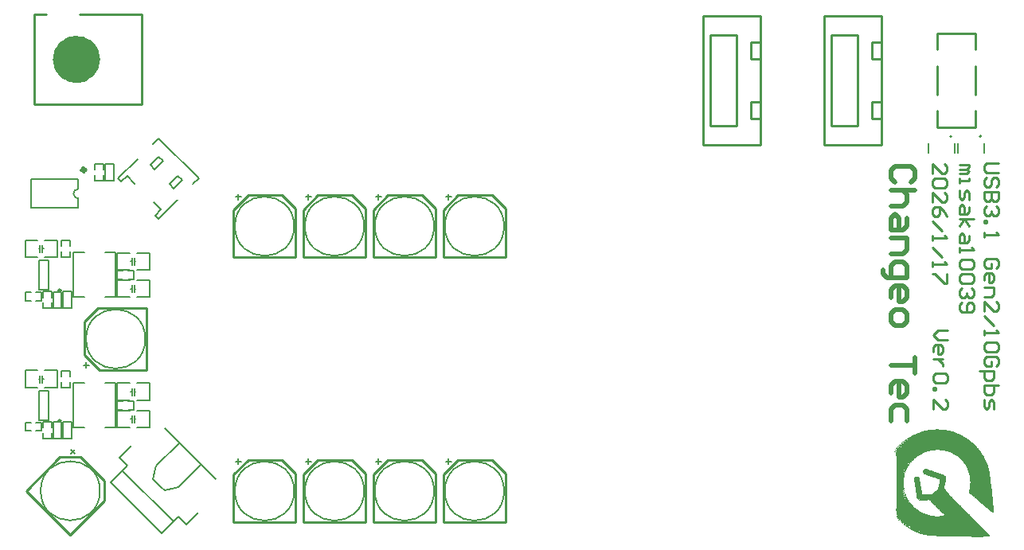
<source format=gbr>
%TF.GenerationSoftware,Altium Limited,Altium Designer,24.0.1 (36)*%
G04 Layer_Color=65535*
%FSLAX45Y45*%
%MOMM*%
%TF.SameCoordinates,AAAF7447-B715-4BC7-9B32-5AEFA729C21C*%
%TF.FilePolarity,Positive*%
%TF.FileFunction,Legend,Top*%
%TF.Part,Single*%
G01*
G75*
%TA.AperFunction,NonConductor*%
%ADD70C,0.25000*%
%ADD71C,0.20000*%
%ADD72C,2.50000*%
%ADD73C,0.50000*%
%ADD74C,0.20320*%
%ADD75C,0.15240*%
%ADD76C,0.25400*%
%ADD77C,0.12700*%
%ADD78C,0.50800*%
G36*
X10380701Y3420449D02*
Y3459518D01*
X10377696D01*
Y3492576D01*
X10374690D01*
Y3525635D01*
X10371685D01*
Y3555688D01*
X10368680D01*
Y3585741D01*
X10365674D01*
Y3615794D01*
X10362669D01*
Y3645847D01*
X10359664D01*
Y3672895D01*
X10356658D01*
Y3699942D01*
X10353653D01*
Y3726990D01*
X10350648D01*
Y3754038D01*
X10347643D01*
Y3778080D01*
X10344637D01*
Y3802123D01*
X10341632D01*
Y3820154D01*
X10338627D01*
Y3841191D01*
X10335621D01*
Y3859223D01*
X10332616D01*
Y3874250D01*
X10329611D01*
Y3886271D01*
X10326605D01*
Y3898292D01*
X10323600D01*
Y3907308D01*
X10320595D01*
Y3916324D01*
X10317589D01*
Y3925340D01*
X10314584D01*
Y3931351D01*
X10311579D01*
Y3940367D01*
X10308574D01*
Y3949383D01*
X10305568D01*
Y3955393D01*
X10302563D01*
Y3964409D01*
X10299558D01*
Y3970420D01*
X10296552D01*
Y3976430D01*
X10293547D01*
Y3982441D01*
X10290542D01*
Y3988451D01*
X10287536D01*
Y3994462D01*
X10284531D01*
Y4000473D01*
X10281526D01*
Y4006483D01*
X10278520D01*
Y4012494D01*
X10275515D01*
Y4018505D01*
X10272510D01*
Y4021510D01*
X10269505D01*
Y4027520D01*
X10266499D01*
Y4030526D01*
X10263494D01*
Y4036536D01*
X10260489D01*
Y4042547D01*
X10257483D01*
Y4045552D01*
X10254478D01*
Y4051563D01*
X10251473D01*
Y4054568D01*
X10248467D01*
Y4060579D01*
X10245462D01*
Y4063584D01*
X10242457D01*
Y4069595D01*
X10239452D01*
Y4072600D01*
X10236446D01*
Y4075605D01*
X10233441D01*
Y4081616D01*
X10230436D01*
Y4084621D01*
X10227430D01*
Y4087626D01*
X10224425D01*
Y4090632D01*
X10221420D01*
Y4096642D01*
X10218415D01*
Y4099648D01*
X10215409D01*
Y4102653D01*
X10212404D01*
Y4105658D01*
X10209399D01*
Y4108664D01*
X10206393D01*
Y4114674D01*
X10203388D01*
Y4117680D01*
X10200383D01*
Y4120685D01*
X10197377D01*
Y4123690D01*
X10194372D01*
Y4126695D01*
X10191367D01*
Y4129701D01*
X10188361D01*
Y4132706D01*
X10185356D01*
Y4135711D01*
X10182351D01*
Y4138716D01*
X10179346D01*
Y4141722D01*
X10176340D01*
Y4144727D01*
X10173335D01*
Y4147732D01*
X10170330D01*
Y4150738D01*
X10167325D01*
Y4153743D01*
X10164319D01*
Y4156748D01*
X10161314D01*
Y4159754D01*
X10158309D01*
Y4162759D01*
X10155303D01*
Y4165764D01*
X10152298D01*
Y4168770D01*
X10149293D01*
X10146287D01*
Y4171775D01*
X10143282D01*
Y4174780D01*
X10140277D01*
Y4177786D01*
X10137271D01*
Y4180791D01*
X10134266D01*
Y4183796D01*
X10131261D01*
X10128255D01*
Y4186801D01*
X10125250D01*
Y4189807D01*
X10122245D01*
Y4192812D01*
X10119240D01*
X10116234D01*
Y4195817D01*
X10113229D01*
Y4198822D01*
X10110224D01*
Y4201828D01*
X10107218D01*
X10104213D01*
Y4204833D01*
X10101208D01*
Y4207838D01*
X10098203D01*
X10095197D01*
Y4210844D01*
X10092192D01*
X10089187D01*
Y4213849D01*
X10086181D01*
Y4216854D01*
X10083176D01*
X10080171D01*
Y4219860D01*
X10077165D01*
Y4222865D01*
X10074160D01*
X10071155D01*
Y4225870D01*
X10068149D01*
Y4228876D01*
X10065144D01*
X10062139D01*
Y4231881D01*
X10059134D01*
X10056128D01*
Y4234886D01*
X10053123D01*
X10050118D01*
Y4237891D01*
X10047112D01*
Y4240897D01*
X10044107D01*
X10041102D01*
Y4243902D01*
X10038097D01*
X10035091D01*
Y4246907D01*
X10032086D01*
X10029081D01*
Y4249913D01*
X10026075D01*
X10023070D01*
Y4252918D01*
X10020065D01*
X10017059D01*
Y4255923D01*
X10014054D01*
X10011049D01*
X10008043D01*
Y4258929D01*
X10005038D01*
X10002033D01*
Y4261934D01*
X9999027D01*
X9996022D01*
X9993017D01*
Y4264939D01*
X9990012D01*
X9987006D01*
Y4267944D01*
X9984001D01*
X9980996D01*
X9977990D01*
Y4270950D01*
X9974985D01*
X9971980D01*
Y4273955D01*
X9968974D01*
X9965969D01*
X9962964D01*
Y4276960D01*
X9959958D01*
X9956953D01*
X9953948D01*
Y4279966D01*
X9950943D01*
X9947937D01*
X9944932D01*
Y4282971D01*
X9941927D01*
X9938921D01*
X9935916D01*
Y4285976D01*
X9932911D01*
X9929905D01*
X9926900D01*
X9923895D01*
Y4288982D01*
X9920890D01*
X9917884D01*
X9914879D01*
X9911874D01*
Y4291987D01*
X9908868D01*
X9905863D01*
X9902858D01*
X9899852D01*
X9896847D01*
Y4294992D01*
X9893842D01*
X9890836D01*
X9887831D01*
X9884826D01*
Y4297998D01*
X9881821D01*
X9878815D01*
X9875810D01*
X9872805D01*
X9869799D01*
X9866794D01*
Y4301003D01*
X9863789D01*
X9860784D01*
X9857778D01*
X9854773D01*
X9851768D01*
X9848762D01*
X9845757D01*
X9842752D01*
Y4304008D01*
X9839746D01*
X9836741D01*
X9833736D01*
X9830730D01*
X9827725D01*
X9824720D01*
X9821715D01*
X9818709D01*
X9815704D01*
X9812699D01*
X9809693D01*
X9806688D01*
X9803683D01*
X9800678D01*
X9797672D01*
Y4307013D01*
X9794667D01*
X9791662D01*
X9788656D01*
X9785651D01*
X9782646D01*
X9779640D01*
X9776635D01*
X9773630D01*
X9770624D01*
X9767619D01*
X9764614D01*
Y4304008D01*
X9761609D01*
X9758603D01*
X9755598D01*
X9752593D01*
X9749587D01*
X9746582D01*
X9743577D01*
X9740571D01*
X9737566D01*
X9734561D01*
X9731556D01*
X9728550D01*
X9725545D01*
X9722540D01*
X9719534D01*
Y4301003D01*
X9716529D01*
X9713524D01*
X9710519D01*
X9707513D01*
X9704508D01*
X9701503D01*
X9698497D01*
Y4297998D01*
X9695492D01*
X9692487D01*
X9689481D01*
X9686476D01*
X9683471D01*
X9680465D01*
Y4294992D01*
X9677460D01*
X9674455D01*
X9671450D01*
X9668444D01*
X9665439D01*
X9662434D01*
Y4291987D01*
X9659428D01*
X9656423D01*
X9653418D01*
X9650413D01*
Y4288982D01*
X9647407D01*
X9644402D01*
X9641397D01*
X9638391D01*
Y4285976D01*
X9635386D01*
X9632381D01*
X9629375D01*
Y4282971D01*
X9626370D01*
X9623365D01*
X9620359D01*
X9617354D01*
Y4279966D01*
X9614349D01*
X9611343D01*
X9608338D01*
Y4276960D01*
X9605333D01*
X9602328D01*
X9599322D01*
Y4273955D01*
X9596317D01*
X9593312D01*
X9590306D01*
Y4270950D01*
X9587301D01*
X9584296D01*
X9581290D01*
Y4267944D01*
X9578285D01*
X9575280D01*
Y4264939D01*
X9572274D01*
X9569269D01*
X9566264D01*
Y4261934D01*
X9563259D01*
X9560253D01*
Y4258929D01*
X9557248D01*
X9554243D01*
X9551237D01*
Y4255923D01*
X9548232D01*
Y4252918D01*
X9545227D01*
X9542221D01*
X9539216D01*
Y4249913D01*
X9536211D01*
X9533205D01*
Y4246907D01*
X9530200D01*
X9527195D01*
Y4243902D01*
X9524190D01*
X9521184D01*
X9518179D01*
Y4240897D01*
X9521184D01*
Y4237891D01*
X9518179D01*
Y4240897D01*
X9515174D01*
Y4237891D01*
X9512168D01*
Y4234886D01*
X9509163D01*
X9506158D01*
X9503153D01*
Y4231881D01*
X9500147D01*
Y4228876D01*
X9497142D01*
X9494137D01*
X9491131D01*
Y4225870D01*
X9488126D01*
Y4222865D01*
X9485121D01*
X9482115D01*
Y4219860D01*
X9479110D01*
Y4216854D01*
X9482115D01*
Y4213849D01*
X9479110D01*
Y4216854D01*
X9476105D01*
X9473099D01*
Y4213849D01*
X9470094D01*
Y4210844D01*
X9467089D01*
X9464084D01*
Y4207838D01*
X9461078D01*
Y4204833D01*
X9458073D01*
X9455068D01*
Y4201828D01*
X9452062D01*
Y4198822D01*
X9455068D01*
Y4195817D01*
X9452062D01*
Y4198822D01*
X9449057D01*
X9446052D01*
Y4195817D01*
X9443046D01*
Y4192812D01*
X9440041D01*
X9437036D01*
Y4189807D01*
X9434031D01*
Y4186801D01*
X9431025D01*
Y4183796D01*
X9428020D01*
Y4180791D01*
X9425015D01*
X9422009D01*
Y4177786D01*
X9419004D01*
Y4174780D01*
X9415999D01*
X9412994D01*
Y4171775D01*
X9409988D01*
Y4168770D01*
X9406983D01*
Y4165764D01*
X9409988D01*
Y4162759D01*
X9412994D01*
X9415999D01*
Y4165764D01*
X9412994D01*
Y4168770D01*
X9415999D01*
Y4165764D01*
X9419004D01*
X9422009D01*
Y4159754D01*
X9419004D01*
X9415999D01*
X9412994D01*
X9409988D01*
Y4162759D01*
X9406983D01*
Y4165764D01*
X9403978D01*
Y4162759D01*
X9400972D01*
Y4156748D01*
X9397967D01*
X9394962D01*
X9391956D01*
Y4153743D01*
X9394962D01*
Y4150738D01*
X9391956D01*
Y4153743D01*
X9388951D01*
Y4150738D01*
X9385946D01*
Y4147732D01*
X9382940D01*
Y4141722D01*
X9379935D01*
Y4138716D01*
X9376930D01*
X9373924D01*
Y4132706D01*
X9370919D01*
X9367914D01*
Y4129701D01*
X9364909D01*
Y4126695D01*
X9367914D01*
Y4120685D01*
X9370919D01*
X9373924D01*
Y4117680D01*
X9370919D01*
X9367914D01*
Y4120685D01*
X9364909D01*
Y4126695D01*
X9361903D01*
Y4120685D01*
X9364909D01*
Y4117680D01*
X9367914D01*
Y4114674D01*
X9364909D01*
Y4117680D01*
X9361903D01*
Y4120685D01*
X9358898D01*
X9355893D01*
Y4114674D01*
X9352888D01*
X9349882D01*
Y4108664D01*
X9346877D01*
Y4105658D01*
X9343872D01*
Y4102653D01*
X9340866D01*
Y4099648D01*
X9337861D01*
Y4096642D01*
X9334856D01*
Y4090632D01*
X9331850D01*
Y4084621D01*
X9328845D01*
Y4081616D01*
X9325840D01*
Y4078611D01*
X9328845D01*
X9331850D01*
Y4081616D01*
X9334856D01*
Y4078611D01*
X9337861D01*
Y4075605D01*
X9340866D01*
Y4069595D01*
X9343872D01*
Y4066589D01*
X9340866D01*
Y4069595D01*
X9337861D01*
Y4072600D01*
X9334856D01*
Y4075605D01*
X9331850D01*
X9328845D01*
Y4072600D01*
X9325840D01*
Y4078611D01*
X9322834D01*
Y4075605D01*
X9319829D01*
Y4072600D01*
X9316824D01*
Y4069595D01*
X9319829D01*
X9322834D01*
Y4072600D01*
X9325840D01*
Y4066589D01*
X9328845D01*
Y4069595D01*
X9331850D01*
Y4066589D01*
X9334856D01*
X9337861D01*
X9340866D01*
Y4018505D01*
X9343872D01*
Y3465529D01*
X9340866D01*
Y3441486D01*
X9343872D01*
X9346877D01*
X9349882D01*
Y3435476D01*
X9346877D01*
X9343872D01*
Y3432470D01*
X9340866D01*
Y3426460D01*
X9343872D01*
Y3423455D01*
X9346877D01*
X9349882D01*
Y3417444D01*
X9346877D01*
X9343872D01*
Y3390396D01*
X9346877D01*
Y3387391D01*
X9349882D01*
Y3381380D01*
X9346877D01*
Y3387391D01*
X9343872D01*
Y3390396D01*
X9340866D01*
Y3393401D01*
X9337861D01*
Y3390396D01*
X9340866D01*
Y3387391D01*
X9343872D01*
Y3381380D01*
X9346877D01*
Y3378375D01*
X9349882D01*
Y3372364D01*
X9346877D01*
Y3378375D01*
X9343872D01*
Y3381380D01*
X9340866D01*
Y3378375D01*
X9343872D01*
Y3372364D01*
X9346877D01*
Y3369359D01*
X9349882D01*
X9352888D01*
X9355893D01*
Y3366354D01*
X9358898D01*
Y3360343D01*
X9361903D01*
Y3357338D01*
X9364909D01*
Y3354333D01*
X9361903D01*
Y3357338D01*
X9358898D01*
Y3360343D01*
X9355893D01*
X9352888D01*
Y3363349D01*
X9349882D01*
Y3366354D01*
X9346877D01*
Y3369359D01*
X9343872D01*
Y3372364D01*
X9340866D01*
Y3369359D01*
X9343872D01*
Y3366354D01*
X9346877D01*
Y3363349D01*
X9349882D01*
Y3357338D01*
X9352888D01*
X9355893D01*
Y3351327D01*
X9358898D01*
X9361903D01*
Y3345317D01*
X9364909D01*
Y3342311D01*
X9367914D01*
Y3339306D01*
X9370919D01*
Y3336301D01*
X9373924D01*
Y3333295D01*
X9376930D01*
X9379935D01*
Y3327285D01*
X9382940D01*
Y3324280D01*
X9385946D01*
Y3321274D01*
X9388951D01*
Y3318269D01*
X9391956D01*
Y3315264D01*
X9394962D01*
Y3312258D01*
X9397967D01*
X9400972D01*
Y3309253D01*
X9403978D01*
Y3306248D01*
X9406983D01*
Y3303243D01*
X9409988D01*
Y3300237D01*
X9412994D01*
Y3297232D01*
X9415999D01*
X9419004D01*
Y3294227D01*
X9422009D01*
Y3291221D01*
X9425015D01*
Y3288216D01*
X9428020D01*
Y3285211D01*
X9431025D01*
X9434031D01*
Y3282205D01*
X9437036D01*
Y3279200D01*
X9440041D01*
Y3276195D01*
X9443046D01*
X9446052D01*
Y3273189D01*
X9449057D01*
Y3270184D01*
X9452062D01*
X9455068D01*
Y3267179D01*
X9458073D01*
Y3264174D01*
X9461078D01*
X9464084D01*
Y3261168D01*
X9467089D01*
X9470094D01*
Y3258163D01*
X9473099D01*
Y3255158D01*
X9476105D01*
Y3252152D01*
X9479110D01*
X9482115D01*
Y3249147D01*
X9485121D01*
X9488126D01*
Y3246142D01*
X9491131D01*
Y3243137D01*
X9494137D01*
X9497142D01*
Y3240131D01*
X9500147D01*
X9503153D01*
Y3237126D01*
X9506158D01*
Y3234121D01*
X9509163D01*
X9512168D01*
Y3231115D01*
X9515174D01*
X9518179D01*
Y3228110D01*
X9521184D01*
X9524190D01*
Y3225105D01*
X9527195D01*
X9530200D01*
Y3222099D01*
X9533205D01*
X9536211D01*
Y3219094D01*
X9539216D01*
X9542221D01*
Y3216089D01*
X9545227D01*
X9548232D01*
Y3213083D01*
X9551237D01*
X9554243D01*
Y3210078D01*
X9557248D01*
X9560253D01*
X9563259D01*
Y3207073D01*
X9566264D01*
X9569269D01*
X9572274D01*
Y3204068D01*
X9575280D01*
X9578285D01*
Y3201062D01*
X9581290D01*
X9584296D01*
X9587301D01*
Y3198057D01*
X9590306D01*
X9593312D01*
X9596317D01*
Y3195052D01*
X9599322D01*
X9602328D01*
Y3192046D01*
X9605333D01*
X9608338D01*
X9611343D01*
X9614349D01*
Y3189041D01*
X9617354D01*
X9620359D01*
X9623365D01*
X9626370D01*
Y3186036D01*
X9629375D01*
X9632381D01*
X9635386D01*
X9638391D01*
Y3183030D01*
X9641397D01*
X9644402D01*
X9647407D01*
X9650413D01*
X9653418D01*
Y3180025D01*
X9656423D01*
X9659428D01*
X9662434D01*
X9665439D01*
X9668444D01*
X9671450D01*
Y3177020D01*
X9674455D01*
X9677460D01*
X9680465D01*
X9683471D01*
X9686476D01*
X9689481D01*
X9692487D01*
Y3174014D01*
X9695492D01*
X9698497D01*
X9701503D01*
X9704508D01*
X9707513D01*
X9710519D01*
X9713524D01*
X9716529D01*
X9719534D01*
X9722540D01*
Y3171009D01*
X9725545D01*
X9728550D01*
X9731556D01*
X9734561D01*
X9737566D01*
X9740571D01*
X9743577D01*
X9746582D01*
X9749587D01*
X9752593D01*
X9755598D01*
X9758603D01*
X9761609D01*
X9764614D01*
X9767619D01*
X9770624D01*
X9773630D01*
Y3168004D01*
X9776635D01*
X9779640D01*
X9782646D01*
X9785651D01*
X9788656D01*
X9791662D01*
X9794667D01*
X9797672D01*
X9800678D01*
X9803683D01*
X9806688D01*
X9809693D01*
X9812699D01*
X9815704D01*
X9818709D01*
X9821715D01*
X9824720D01*
X9827725D01*
X9830730D01*
X9833736D01*
X9836741D01*
X9839746D01*
X9842752D01*
X9845757D01*
X9848762D01*
X9851768D01*
X9854773D01*
X9857778D01*
X9860784D01*
X9863789D01*
X9866794D01*
X9869799D01*
X9872805D01*
X9875810D01*
X9878815D01*
X9881821D01*
X9884826D01*
X9887831D01*
X9890836D01*
X9893842D01*
X9896847D01*
X9899852D01*
X9902858D01*
X9905863D01*
X9908868D01*
X9911874D01*
X9914879D01*
X9917884D01*
X9920890D01*
X9923895D01*
X9926900D01*
X9929905D01*
X9932911D01*
X9935916D01*
X9938921D01*
X9941927D01*
X9944932D01*
X9947937D01*
X9950943D01*
X9953948D01*
X9956953D01*
X9959958D01*
X9962964D01*
X9965969D01*
X9968974D01*
X9971980D01*
X9974985D01*
X9977990D01*
X9980996D01*
X9984001D01*
X9987006D01*
Y3164998D01*
X9990012D01*
X9993017D01*
X9996022D01*
X9999027D01*
X10002033D01*
X10005038D01*
X10008043D01*
X10011049D01*
X10014054D01*
X10017059D01*
X10020065D01*
X10023070D01*
X10026075D01*
X10029081D01*
X10032086D01*
X10035091D01*
X10038097D01*
X10041102D01*
X10044107D01*
X10047112D01*
X10050118D01*
X10053123D01*
X10056128D01*
X10059134D01*
X10062139D01*
X10065144D01*
X10068149D01*
X10071155D01*
X10074160D01*
X10077165D01*
X10080171D01*
X10083176D01*
X10086181D01*
X10089187D01*
X10092192D01*
X10095197D01*
X10098203D01*
X10101208D01*
X10104213D01*
X10107218D01*
X10110224D01*
X10113229D01*
X10116234D01*
X10119240D01*
X10122245D01*
X10125250D01*
X10128255D01*
X10131261D01*
X10134266D01*
X10137271D01*
X10140277D01*
X10143282D01*
X10146287D01*
Y3161993D01*
X10149293D01*
X10152298D01*
X10155303D01*
X10158309D01*
X10161314D01*
X10164319D01*
X10167325D01*
X10170330D01*
X10173335D01*
X10176340D01*
X10179346D01*
X10182351D01*
X10185356D01*
X10188361D01*
X10191367D01*
X10194372D01*
X10197377D01*
X10200383D01*
X10203388D01*
X10206393D01*
X10209399D01*
X10212404D01*
X10215409D01*
X10218415D01*
X10221420D01*
X10224425D01*
X10227430D01*
X10230436D01*
X10233441D01*
X10236446D01*
X10239452D01*
X10242457D01*
X10245462D01*
X10248467D01*
X10251473D01*
X10254478D01*
X10257483D01*
X10260489D01*
X10263494D01*
X10266499D01*
X10269505D01*
Y3164998D01*
X10272510D01*
X10275515D01*
X10278520D01*
X10281526D01*
X10284531D01*
X10287536D01*
X10290542D01*
X10293547D01*
X10296552D01*
X10299558D01*
X10302563D01*
X10305568D01*
X10308574D01*
X10311579D01*
X10314584D01*
X10317589D01*
X10320595D01*
X10323600D01*
X10326605D01*
X10329611D01*
X10332616D01*
X10335621D01*
X10338627D01*
X10341632D01*
X10344637D01*
Y3168004D01*
X10341632D01*
Y3174014D01*
X10338627D01*
Y3177020D01*
X10335621D01*
Y3180025D01*
X10332616D01*
Y3183030D01*
X10329611D01*
Y3186036D01*
X10326605D01*
Y3189041D01*
X10323600D01*
Y3192046D01*
X10320595D01*
Y3195052D01*
X10317589D01*
Y3198057D01*
X10314584D01*
Y3201062D01*
X10311579D01*
Y3207073D01*
X10308574D01*
Y3210078D01*
X10305568D01*
Y3213083D01*
X10302563D01*
Y3216089D01*
X10299558D01*
Y3219094D01*
X10296552D01*
Y3222099D01*
X10293547D01*
Y3225105D01*
X10290542D01*
Y3228110D01*
X10287536D01*
Y3231115D01*
X10284531D01*
Y3234121D01*
X10281526D01*
Y3237126D01*
X10278520D01*
Y3240131D01*
X10275515D01*
Y3243137D01*
X10272510D01*
Y3246142D01*
X10269505D01*
Y3249147D01*
X10266499D01*
Y3252152D01*
X10263494D01*
Y3255158D01*
X10260489D01*
Y3258163D01*
X10257483D01*
Y3261168D01*
X10254478D01*
Y3264174D01*
X10251473D01*
Y3267179D01*
X10248467D01*
Y3270184D01*
X10245462D01*
Y3273189D01*
X10242457D01*
Y3276195D01*
X10239452D01*
Y3279200D01*
X10236446D01*
Y3285211D01*
X10233441D01*
Y3288216D01*
X10230436D01*
Y3291221D01*
X10227430D01*
Y3294227D01*
X10224425D01*
Y3297232D01*
X10221420D01*
X10218415D01*
Y3300237D01*
X10215409D01*
Y3303243D01*
X10212404D01*
Y3309253D01*
X10209399D01*
Y3312258D01*
X10206393D01*
Y3315264D01*
X10203388D01*
Y3318269D01*
X10200383D01*
Y3321274D01*
X10197377D01*
Y3324280D01*
X10194372D01*
Y3327285D01*
X10191367D01*
Y3330290D01*
X10188361D01*
Y3333295D01*
X10185356D01*
Y3336301D01*
X10182351D01*
Y3339306D01*
X10179346D01*
Y3342311D01*
X10176340D01*
Y3345317D01*
X10173335D01*
Y3348322D01*
X10170330D01*
Y3351327D01*
X10167325D01*
Y3354333D01*
X10164319D01*
Y3357338D01*
X10161314D01*
Y3360343D01*
X10158309D01*
Y3363349D01*
X10155303D01*
Y3366354D01*
X10152298D01*
Y3369359D01*
X10149293D01*
Y3372364D01*
X10146287D01*
Y3375370D01*
X10143282D01*
Y3378375D01*
X10140277D01*
Y3381380D01*
X10137271D01*
Y3384386D01*
X10134266D01*
Y3387391D01*
X10131261D01*
Y3390396D01*
X10128255D01*
Y3393401D01*
X10125250D01*
Y3396407D01*
X10122245D01*
Y3399412D01*
X10119240D01*
Y3402417D01*
X10116234D01*
Y3405423D01*
X10113229D01*
Y3408428D01*
X10110224D01*
Y3411433D01*
X10107218D01*
Y3414439D01*
X10104213D01*
Y3417444D01*
X10101208D01*
Y3420449D01*
X10098203D01*
Y3423455D01*
X10095197D01*
Y3426460D01*
X10092192D01*
Y3429465D01*
X10089187D01*
Y3432470D01*
X10086181D01*
Y3435476D01*
X10083176D01*
Y3438481D01*
X10080171D01*
Y3441486D01*
X10077165D01*
Y3444492D01*
X10074160D01*
Y3447497D01*
X10071155D01*
Y3450502D01*
X10068149D01*
Y3453507D01*
X10065144D01*
Y3456513D01*
X10062139D01*
Y3459518D01*
X10059134D01*
Y3462523D01*
X10056128D01*
Y3465529D01*
X10053123D01*
Y3468534D01*
X10050118D01*
Y3471539D01*
X10047112D01*
Y3474545D01*
X10044107D01*
Y3477550D01*
X10041102D01*
Y3480555D01*
X10038097D01*
Y3483560D01*
X10035091D01*
Y3486566D01*
X10032086D01*
Y3489571D01*
X10029081D01*
Y3492576D01*
X10026075D01*
Y3495582D01*
X10023070D01*
Y3498587D01*
X10020065D01*
Y3501592D01*
X10017059D01*
Y3504598D01*
X10014054D01*
Y3507603D01*
X10011049D01*
Y3510608D01*
X10008043D01*
Y3513614D01*
X10005038D01*
Y3516619D01*
X10002033D01*
Y3519624D01*
X9999027D01*
Y3522629D01*
X9996022D01*
Y3525635D01*
X9993017D01*
Y3528640D01*
X9990012D01*
Y3531645D01*
X9987006D01*
Y3534651D01*
X9984001D01*
Y3537656D01*
X9980996D01*
Y3540661D01*
X9977990D01*
Y3543667D01*
X9974985D01*
Y3546672D01*
X9971980D01*
Y3549677D01*
X9968974D01*
Y3552683D01*
X9965969D01*
Y3555688D01*
X9962964D01*
Y3558693D01*
X9959958D01*
Y3561698D01*
X9956953D01*
Y3564704D01*
X9953948D01*
Y3567709D01*
X9950943D01*
Y3570714D01*
X9947937D01*
Y3573720D01*
X9944932D01*
Y3576725D01*
X9941927D01*
Y3579730D01*
X9938921D01*
Y3582736D01*
X9935916D01*
Y3585741D01*
X9932911D01*
Y3588746D01*
X9929905D01*
Y3591752D01*
X9926900D01*
Y3594757D01*
X9923895D01*
Y3597762D01*
X9920890D01*
Y3600767D01*
X9917884D01*
Y3603773D01*
X9914879D01*
Y3606778D01*
X9911874D01*
Y3609783D01*
X9908868D01*
Y3612789D01*
X9905863D01*
Y3615794D01*
X9902858D01*
Y3621805D01*
X9899852D01*
Y3624810D01*
X9896847D01*
Y3627815D01*
X9893842D01*
Y3633826D01*
X9890836D01*
X9887831D01*
Y3639836D01*
X9884826D01*
Y3645847D01*
X9881821D01*
Y3648852D01*
X9878815D01*
Y3651858D01*
X9875810D01*
Y3654863D01*
X9872805D01*
Y3657868D01*
X9869799D01*
Y3663879D01*
X9866794D01*
Y3666884D01*
X9863789D01*
Y3672895D01*
X9860784D01*
Y3675900D01*
X9857778D01*
Y3678905D01*
X9854773D01*
Y3693932D01*
X9857778D01*
Y3705953D01*
X9860784D01*
Y3720980D01*
X9863789D01*
Y3733001D01*
X9866794D01*
Y3745022D01*
X9869799D01*
Y3760048D01*
X9872805D01*
Y3775075D01*
X9875810D01*
Y3793107D01*
X9872805D01*
Y3802123D01*
X9869799D01*
Y3808133D01*
X9866794D01*
Y3811139D01*
X9863789D01*
Y3814144D01*
X9860784D01*
X9857778D01*
Y3817149D01*
X9854773D01*
Y3820154D01*
X9851768D01*
X9848762D01*
Y3823160D01*
X9845757D01*
X9842752D01*
X9839746D01*
Y3826165D01*
X9836741D01*
X9833736D01*
X9830730D01*
Y3829170D01*
X9827725D01*
X9824720D01*
X9821715D01*
Y3832176D01*
X9818709D01*
X9815704D01*
X9812699D01*
Y3835181D01*
X9809693D01*
X9806688D01*
X9803683D01*
Y3838186D01*
X9800678D01*
X9797672D01*
Y3841191D01*
X9794667D01*
X9791662D01*
X9788656D01*
Y3844197D01*
X9785651D01*
X9782646D01*
X9779640D01*
X9776635D01*
Y3847202D01*
X9773630D01*
X9770624D01*
Y3850207D01*
X9767619D01*
X9764614D01*
X9761609D01*
Y3853213D01*
X9758603D01*
X9755598D01*
X9752593D01*
Y3856218D01*
X9749587D01*
X9746582D01*
X9743577D01*
Y3859223D01*
X9740571D01*
X9737566D01*
X9734561D01*
Y3862229D01*
X9731556D01*
X9728550D01*
X9725545D01*
Y3865234D01*
X9722540D01*
X9719534D01*
X9716529D01*
Y3868239D01*
X9713524D01*
X9710519D01*
Y3871245D01*
X9707513D01*
X9704508D01*
X9701503D01*
X9698497D01*
Y3874250D01*
X9695492D01*
X9692487D01*
Y3877255D01*
X9689481D01*
X9686476D01*
X9683471D01*
X9680465D01*
Y3880261D01*
X9677460D01*
X9674455D01*
Y3883266D01*
X9671450D01*
X9668444D01*
X9665439D01*
X9662434D01*
X9659428D01*
X9656423D01*
Y3886271D01*
X9653418D01*
Y3883266D01*
X9650413D01*
X9647407D01*
X9644402D01*
Y3880261D01*
X9641397D01*
X9638391D01*
Y3877255D01*
X9635386D01*
Y3874250D01*
X9632381D01*
Y3868239D01*
X9629375D01*
Y3859223D01*
X9626370D01*
Y3850207D01*
X9629375D01*
Y3841191D01*
X9632381D01*
Y3835181D01*
X9635386D01*
Y3832176D01*
X9638391D01*
Y3829170D01*
X9641397D01*
X9644402D01*
Y3826165D01*
X9647407D01*
X9650413D01*
Y3823160D01*
X9653418D01*
X9656423D01*
X9659428D01*
Y3820154D01*
X9662434D01*
X9665439D01*
X9668444D01*
Y3817149D01*
X9671450D01*
X9674455D01*
X9677460D01*
Y3814144D01*
X9680465D01*
X9683471D01*
X9686476D01*
Y3811139D01*
X9689481D01*
X9692487D01*
X9695492D01*
Y3808133D01*
X9698497D01*
X9701503D01*
X9704508D01*
Y3805128D01*
X9707513D01*
X9710519D01*
Y3802123D01*
X9713524D01*
X9716529D01*
X9719534D01*
X9722540D01*
Y3799117D01*
X9725545D01*
X9728550D01*
X9731556D01*
Y3796112D01*
X9734561D01*
X9737566D01*
X9740571D01*
Y3793107D01*
X9743577D01*
X9746582D01*
X9749587D01*
Y3790101D01*
X9752593D01*
X9755598D01*
X9758603D01*
Y3787096D01*
X9761609D01*
X9764614D01*
X9767619D01*
Y3784091D01*
X9770624D01*
X9773630D01*
X9776635D01*
Y3781085D01*
X9779640D01*
X9782646D01*
Y3778080D01*
X9785651D01*
X9788656D01*
X9791662D01*
X9794667D01*
Y3775075D01*
X9797672D01*
X9800678D01*
Y3772070D01*
X9803683D01*
X9806688D01*
Y3757043D01*
X9803683D01*
Y3742017D01*
X9800678D01*
Y3726990D01*
X9797672D01*
Y3708958D01*
X9794667D01*
Y3693932D01*
X9791662D01*
Y3678905D01*
X9788656D01*
Y3669889D01*
X9785651D01*
Y3666884D01*
X9782646D01*
Y3663879D01*
X9779640D01*
Y3660874D01*
X9776635D01*
Y3657868D01*
X9773630D01*
X9770624D01*
Y3654863D01*
X9767619D01*
Y3651858D01*
X9764614D01*
Y3648852D01*
X9761609D01*
X9758603D01*
Y3645847D01*
X9755598D01*
Y3642842D01*
X9752593D01*
Y3639836D01*
X9749587D01*
X9746582D01*
Y3636831D01*
X9743577D01*
Y3633826D01*
X9740571D01*
Y3630820D01*
X9737566D01*
Y3627815D01*
X9734561D01*
X9731556D01*
Y3624810D01*
X9728550D01*
Y3621805D01*
X9725545D01*
Y3618799D01*
X9722540D01*
X9719534D01*
Y3615794D01*
X9716529D01*
X9713524D01*
X9710519D01*
X9707513D01*
X9704508D01*
Y3612789D01*
X9701503D01*
X9698497D01*
X9695492D01*
X9692487D01*
X9689481D01*
X9686476D01*
X9683471D01*
X9680465D01*
X9677460D01*
X9674455D01*
X9671450D01*
X9668444D01*
X9665439D01*
X9662434D01*
X9659428D01*
X9656423D01*
X9653418D01*
X9650413D01*
X9647407D01*
X9644402D01*
X9641397D01*
X9638391D01*
X9635386D01*
X9632381D01*
X9629375D01*
X9626370D01*
X9623365D01*
X9620359D01*
Y3621805D01*
X9617354D01*
Y3639836D01*
X9614349D01*
Y3657868D01*
X9611343D01*
Y3675900D01*
X9608338D01*
Y3696937D01*
X9605333D01*
Y3717974D01*
X9602328D01*
Y3733001D01*
X9599322D01*
Y3754038D01*
X9596317D01*
Y3769064D01*
X9593312D01*
Y3784091D01*
X9590306D01*
Y3793107D01*
X9587301D01*
Y3796112D01*
X9584296D01*
X9581290D01*
Y3802123D01*
X9578285D01*
X9575280D01*
Y3805128D01*
X9572274D01*
X9569269D01*
X9566264D01*
X9563259D01*
X9560253D01*
X9557248D01*
X9554243D01*
Y3802123D01*
X9551237D01*
X9548232D01*
Y3799117D01*
X9545227D01*
Y3796112D01*
X9542221D01*
X9539216D01*
Y3790101D01*
X9536211D01*
Y3784091D01*
X9539216D01*
Y3781085D01*
X9536211D01*
Y3784091D01*
X9533205D01*
Y3760048D01*
X9536211D01*
Y3742017D01*
X9539216D01*
Y3726990D01*
X9542221D01*
Y3711964D01*
X9545227D01*
Y3690926D01*
X9548232D01*
Y3669889D01*
X9551237D01*
Y3651858D01*
X9554243D01*
Y3633826D01*
X9557248D01*
Y3612789D01*
X9560253D01*
X9563259D01*
Y3609783D01*
X9560253D01*
Y3594757D01*
X9563259D01*
Y3576725D01*
X9566264D01*
Y3567709D01*
X9569269D01*
Y3561698D01*
X9572274D01*
Y3558693D01*
X9575280D01*
Y3555688D01*
X9578285D01*
X9581290D01*
Y3552683D01*
X9584296D01*
X9587301D01*
Y3549677D01*
X9590306D01*
X9593312D01*
X9596317D01*
X9599322D01*
X9602328D01*
X9605333D01*
X9608338D01*
X9611343D01*
X9614349D01*
X9617354D01*
X9620359D01*
X9623365D01*
X9626370D01*
X9629375D01*
X9632381D01*
X9635386D01*
X9638391D01*
X9641397D01*
X9644402D01*
X9647407D01*
X9650413D01*
X9653418D01*
X9656423D01*
X9659428D01*
X9662434D01*
X9665439D01*
X9668444D01*
X9671450D01*
X9674455D01*
X9677460D01*
Y3552683D01*
X9680465D01*
X9683471D01*
X9686476D01*
X9689481D01*
X9692487D01*
X9695492D01*
Y3549677D01*
X9698497D01*
Y3546672D01*
X9701503D01*
Y3543667D01*
X9704508D01*
X9707513D01*
Y3540661D01*
X9710519D01*
Y3537656D01*
X9713524D01*
Y3534651D01*
X9716529D01*
Y3531645D01*
X9719534D01*
Y3528640D01*
X9722540D01*
Y3525635D01*
X9725545D01*
X9728550D01*
Y3519624D01*
X9731556D01*
Y3516619D01*
X9734561D01*
Y3513614D01*
X9737566D01*
X9740571D01*
Y3507603D01*
X9743577D01*
Y3504598D01*
X9746582D01*
Y3501592D01*
X9749587D01*
Y3498587D01*
X9752593D01*
Y3495582D01*
X9755598D01*
Y3492576D01*
X9758603D01*
Y3489571D01*
X9761609D01*
Y3486566D01*
X9764614D01*
Y3483560D01*
X9767619D01*
Y3480555D01*
X9770624D01*
Y3477550D01*
X9773630D01*
Y3474545D01*
X9776635D01*
Y3471539D01*
X9779640D01*
Y3468534D01*
X9782646D01*
Y3465529D01*
X9785651D01*
Y3462523D01*
X9788656D01*
Y3459518D01*
X9791662D01*
Y3456513D01*
X9794667D01*
Y3453507D01*
X9797672D01*
Y3450502D01*
X9800678D01*
Y3447497D01*
X9803683D01*
Y3444492D01*
X9806688D01*
Y3441486D01*
X9809693D01*
Y3438481D01*
X9812699D01*
Y3435476D01*
X9815704D01*
Y3432470D01*
X9818709D01*
Y3429465D01*
X9821715D01*
Y3426460D01*
X9824720D01*
Y3423455D01*
X9827725D01*
Y3420449D01*
X9830730D01*
Y3417444D01*
X9833736D01*
Y3414439D01*
X9836741D01*
Y3411433D01*
X9839746D01*
Y3408428D01*
X9842752D01*
Y3405423D01*
X9845757D01*
Y3402417D01*
X9848762D01*
Y3399412D01*
X9851768D01*
Y3393401D01*
X9848762D01*
Y3390396D01*
X9845757D01*
X9842752D01*
X9839746D01*
Y3387391D01*
X9836741D01*
X9833736D01*
X9830730D01*
Y3384386D01*
X9827725D01*
X9824720D01*
X9821715D01*
X9818709D01*
X9815704D01*
X9812699D01*
X9809693D01*
X9806688D01*
Y3381380D01*
X9803683D01*
X9800678D01*
X9797672D01*
X9794667D01*
X9791662D01*
X9788656D01*
X9785651D01*
X9782646D01*
X9779640D01*
X9776635D01*
X9773630D01*
X9770624D01*
X9767619D01*
X9764614D01*
X9761609D01*
X9758603D01*
X9755598D01*
Y3384386D01*
X9752593D01*
X9749587D01*
X9746582D01*
X9743577D01*
X9740571D01*
X9737566D01*
X9734561D01*
X9731556D01*
X9728550D01*
Y3387391D01*
X9725545D01*
X9722540D01*
X9719534D01*
X9716529D01*
X9713524D01*
Y3390396D01*
X9710519D01*
X9707513D01*
X9704508D01*
X9701503D01*
Y3393401D01*
X9698497D01*
X9695492D01*
X9692487D01*
X9689481D01*
Y3396407D01*
X9686476D01*
X9683471D01*
X9680465D01*
X9677460D01*
Y3399412D01*
X9674455D01*
X9671450D01*
X9668444D01*
Y3402417D01*
X9665439D01*
X9662434D01*
X9659428D01*
Y3405423D01*
X9656423D01*
X9653418D01*
X9650413D01*
Y3408428D01*
X9647407D01*
X9644402D01*
Y3411433D01*
X9641397D01*
X9638391D01*
Y3414439D01*
X9635386D01*
X9632381D01*
X9629375D01*
Y3417444D01*
X9626370D01*
X9623365D01*
Y3420449D01*
X9620359D01*
X9617354D01*
Y3423455D01*
X9614349D01*
X9611343D01*
Y3426460D01*
X9608338D01*
X9605333D01*
Y3429465D01*
X9602328D01*
X9599322D01*
Y3432470D01*
X9596317D01*
Y3429465D01*
X9593312D01*
Y3435476D01*
X9590306D01*
X9587301D01*
Y3438481D01*
X9584296D01*
Y3441486D01*
X9581290D01*
Y3444492D01*
X9578285D01*
X9575280D01*
Y3447497D01*
X9572274D01*
Y3450502D01*
X9569269D01*
X9566264D01*
Y3453507D01*
X9563259D01*
Y3456513D01*
X9560253D01*
Y3459518D01*
X9557248D01*
Y3462523D01*
X9554243D01*
X9551237D01*
Y3465529D01*
X9548232D01*
Y3468534D01*
X9545227D01*
Y3471539D01*
X9542221D01*
X9539216D01*
Y3474545D01*
X9536211D01*
Y3477550D01*
X9533205D01*
Y3480555D01*
X9530200D01*
Y3483560D01*
X9527195D01*
Y3486566D01*
X9524190D01*
Y3489571D01*
X9521184D01*
Y3492576D01*
X9518179D01*
Y3495582D01*
X9515174D01*
Y3501592D01*
X9512168D01*
X9509163D01*
Y3507603D01*
X9506158D01*
Y3510608D01*
X9503153D01*
Y3513614D01*
X9500147D01*
Y3516619D01*
X9497142D01*
Y3522629D01*
X9494137D01*
Y3525635D01*
X9491131D01*
Y3528640D01*
X9488126D01*
Y3531645D01*
X9485121D01*
Y3537656D01*
X9482115D01*
Y3543667D01*
X9479110D01*
Y3549677D01*
X9476105D01*
Y3552683D01*
X9473099D01*
Y3555688D01*
X9470094D01*
Y3561698D01*
X9467089D01*
X9464084D01*
Y3564704D01*
X9461078D01*
Y3567709D01*
X9464084D01*
Y3564704D01*
X9467089D01*
Y3567709D01*
X9464084D01*
Y3573720D01*
X9461078D01*
Y3570714D01*
X9458073D01*
Y3564704D01*
X9461078D01*
Y3561698D01*
X9458073D01*
Y3564704D01*
X9455068D01*
Y3573720D01*
X9458073D01*
Y3576725D01*
X9461078D01*
Y3579730D01*
X9458073D01*
Y3585741D01*
X9455068D01*
Y3591752D01*
X9452062D01*
Y3597762D01*
X9449057D01*
Y3603773D01*
X9446052D01*
Y3612789D01*
X9443046D01*
Y3621805D01*
X9440041D01*
Y3633826D01*
X9437036D01*
Y3627815D01*
X9434031D01*
Y3636831D01*
X9431025D01*
Y3627815D01*
X9434031D01*
Y3615794D01*
X9437036D01*
Y3621805D01*
X9440041D01*
Y3612789D01*
X9437036D01*
X9434031D01*
Y3609783D01*
X9437036D01*
X9440041D01*
Y3603773D01*
X9437036D01*
X9434031D01*
Y3600767D01*
X9431025D01*
Y3606778D01*
X9428020D01*
Y3609783D01*
X9425015D01*
Y3624810D01*
X9428020D01*
Y3609783D01*
X9431025D01*
Y3624810D01*
X9428020D01*
Y3639836D01*
X9425015D01*
Y3645847D01*
X9428020D01*
Y3639836D01*
X9431025D01*
Y3645847D01*
X9434031D01*
Y3651858D01*
X9431025D01*
Y3666884D01*
X9428020D01*
Y3684916D01*
X9425015D01*
Y3711964D01*
X9422009D01*
Y3763054D01*
X9425015D01*
Y3790101D01*
X9422009D01*
Y3796112D01*
X9425015D01*
Y3790101D01*
X9428020D01*
Y3808133D01*
X9431025D01*
Y3820154D01*
X9434031D01*
Y3829170D01*
X9431025D01*
Y3832176D01*
X9434031D01*
X9437036D01*
Y3838186D01*
X9434031D01*
Y3847202D01*
X9437036D01*
Y3841191D01*
X9440041D01*
Y3850207D01*
X9443046D01*
Y3859223D01*
X9446052D01*
Y3865234D01*
X9449057D01*
Y3871245D01*
X9452062D01*
Y3880261D01*
X9455068D01*
Y3886271D01*
X9458073D01*
Y3889276D01*
X9461078D01*
Y3895287D01*
X9458073D01*
Y3898292D01*
X9455068D01*
Y3901298D01*
X9458073D01*
Y3898292D01*
X9461078D01*
X9464084D01*
Y3907308D01*
X9467089D01*
Y3910313D01*
X9470094D01*
Y3913319D01*
X9473099D01*
Y3919329D01*
X9470094D01*
Y3916324D01*
X9467089D01*
Y3922335D01*
X9470094D01*
X9473099D01*
Y3919329D01*
X9476105D01*
Y3922335D01*
X9479110D01*
Y3925340D01*
X9476105D01*
Y3928345D01*
X9479110D01*
Y3925340D01*
X9482115D01*
Y3931351D01*
X9485121D01*
Y3934356D01*
X9488126D01*
Y3937361D01*
X9491131D01*
Y3943372D01*
X9494137D01*
Y3946377D01*
X9497142D01*
Y3949383D01*
X9494137D01*
Y3952388D01*
X9497142D01*
Y3949383D01*
X9500147D01*
Y3952388D01*
X9503153D01*
Y3955393D01*
X9506158D01*
Y3961404D01*
X9509163D01*
Y3967414D01*
X9506158D01*
Y3970420D01*
X9509163D01*
Y3967414D01*
X9512168D01*
X9515174D01*
Y3970420D01*
X9518179D01*
Y3973425D01*
X9521184D01*
Y3976430D01*
X9524190D01*
Y3979436D01*
X9527195D01*
Y3982441D01*
X9530200D01*
Y3985446D01*
X9533205D01*
Y3988451D01*
X9536211D01*
X9539216D01*
Y3991457D01*
X9536211D01*
Y3994462D01*
X9539216D01*
X9542221D01*
X9545227D01*
Y3997467D01*
X9548232D01*
Y4000473D01*
X9551237D01*
Y4003478D01*
X9554243D01*
Y4006483D01*
X9557248D01*
Y4009489D01*
X9560253D01*
X9563259D01*
Y4012494D01*
X9566264D01*
Y4015499D01*
X9569269D01*
Y4018505D01*
X9572274D01*
X9575280D01*
Y4021510D01*
X9578285D01*
Y4024515D01*
X9575280D01*
Y4027520D01*
X9578285D01*
Y4024515D01*
X9581290D01*
X9584296D01*
Y4030526D01*
X9587301D01*
X9590306D01*
X9593312D01*
Y4033531D01*
X9596317D01*
X9599322D01*
Y4036536D01*
X9602328D01*
Y4039542D01*
X9605333D01*
X9608338D01*
Y4042547D01*
X9611343D01*
X9614349D01*
Y4045552D01*
X9617354D01*
Y4048558D01*
X9620359D01*
X9623365D01*
X9626370D01*
Y4051563D01*
X9629375D01*
X9632381D01*
Y4054568D01*
X9635386D01*
X9638391D01*
Y4057573D01*
X9641397D01*
X9644402D01*
Y4060579D01*
X9647407D01*
X9650413D01*
X9653418D01*
Y4063584D01*
X9656423D01*
X9659428D01*
X9662434D01*
Y4066589D01*
X9665439D01*
X9668444D01*
Y4069595D01*
X9671450D01*
X9674455D01*
X9677460D01*
X9680465D01*
Y4072600D01*
X9683471D01*
X9686476D01*
X9689481D01*
Y4075605D01*
X9692487D01*
X9695492D01*
X9698497D01*
X9701503D01*
Y4078611D01*
X9704508D01*
X9707513D01*
X9710519D01*
X9713524D01*
X9716529D01*
Y4081616D01*
X9719534D01*
X9722540D01*
X9725545D01*
X9728550D01*
X9731556D01*
X9734561D01*
Y4084621D01*
X9737566D01*
X9740571D01*
X9743577D01*
X9746582D01*
X9749587D01*
X9752593D01*
X9755598D01*
X9758603D01*
Y4087626D01*
X9761609D01*
X9764614D01*
X9767619D01*
X9770624D01*
X9773630D01*
X9776635D01*
X9779640D01*
X9782646D01*
X9785651D01*
X9788656D01*
X9791662D01*
X9794667D01*
X9797672D01*
X9800678D01*
X9803683D01*
X9806688D01*
Y4084621D01*
X9809693D01*
X9812699D01*
X9815704D01*
X9818709D01*
X9821715D01*
X9824720D01*
X9827725D01*
X9830730D01*
X9833736D01*
X9836741D01*
Y4081616D01*
X9839746D01*
X9842752D01*
X9845757D01*
X9848762D01*
X9851768D01*
Y4078611D01*
X9854773D01*
X9857778D01*
X9860784D01*
X9863789D01*
X9866794D01*
Y4075605D01*
X9869799D01*
X9872805D01*
X9875810D01*
X9878815D01*
Y4072600D01*
X9881821D01*
X9884826D01*
X9887831D01*
X9890836D01*
Y4069595D01*
X9893842D01*
X9896847D01*
X9899852D01*
Y4066589D01*
X9902858D01*
X9905863D01*
Y4063584D01*
X9908868D01*
X9911874D01*
X9914879D01*
Y4060579D01*
X9917884D01*
X9920890D01*
Y4057573D01*
X9923895D01*
X9926900D01*
X9929905D01*
Y4054568D01*
X9932911D01*
X9935916D01*
Y4051563D01*
X9938921D01*
X9941927D01*
Y4048558D01*
X9944932D01*
X9947937D01*
Y4045552D01*
X9950943D01*
Y4042547D01*
X9953948D01*
X9956953D01*
X9959958D01*
Y4039542D01*
X9962964D01*
Y4036536D01*
X9965969D01*
X9968974D01*
Y4033531D01*
X9971980D01*
X9974985D01*
Y4030526D01*
X9977990D01*
X9980996D01*
Y4027520D01*
X9984001D01*
Y4024515D01*
X9987006D01*
Y4021510D01*
X9990012D01*
X9993017D01*
Y4018505D01*
X9996022D01*
Y4015499D01*
X9999027D01*
Y4012494D01*
X10002033D01*
Y4009489D01*
X10005038D01*
Y4006483D01*
X10008043D01*
X10011049D01*
Y4003478D01*
X10014054D01*
Y4000473D01*
X10017059D01*
Y3997467D01*
X10020065D01*
Y3994462D01*
X10023070D01*
Y3991457D01*
X10026075D01*
Y3988451D01*
X10029081D01*
Y3985446D01*
X10032086D01*
Y3982441D01*
X10035091D01*
Y3979436D01*
X10038097D01*
Y3976430D01*
X10041102D01*
Y3973425D01*
X10044107D01*
Y3970420D01*
X10047112D01*
Y3967414D01*
X10050118D01*
Y3964409D01*
X10053123D01*
Y3958398D01*
X10056128D01*
Y3955393D01*
X10059134D01*
Y3952388D01*
X10062139D01*
Y3946377D01*
X10065144D01*
Y3943372D01*
X10068149D01*
Y3940367D01*
X10071155D01*
Y3934356D01*
X10074160D01*
Y3928345D01*
X10077165D01*
Y3925340D01*
X10080171D01*
Y3919329D01*
X10083176D01*
Y3916324D01*
X10086181D01*
Y3910313D01*
X10089187D01*
Y3904303D01*
X10092192D01*
Y3898292D01*
X10095197D01*
Y3892282D01*
X10098203D01*
Y3883266D01*
X10101208D01*
Y3877255D01*
X10104213D01*
Y3871245D01*
X10107218D01*
Y3862229D01*
X10110224D01*
Y3853213D01*
X10113229D01*
Y3844197D01*
X10116234D01*
Y3832176D01*
X10119240D01*
Y3820154D01*
X10122245D01*
Y3808133D01*
X10125250D01*
Y3787096D01*
X10128255D01*
Y3754038D01*
X10131261D01*
Y3729995D01*
X10128255D01*
Y3699942D01*
X10125250D01*
Y3681911D01*
X10122245D01*
Y3663879D01*
X10119240D01*
Y3639836D01*
X10116234D01*
Y3627815D01*
X10119240D01*
Y3624810D01*
X10122245D01*
X10125250D01*
Y3621805D01*
X10128255D01*
Y3618799D01*
X10131261D01*
Y3615794D01*
X10134266D01*
X10137271D01*
Y3612789D01*
X10140277D01*
Y3609783D01*
X10143282D01*
Y3606778D01*
X10146287D01*
Y3603773D01*
X10149293D01*
X10152298D01*
Y3600767D01*
X10155303D01*
Y3597762D01*
X10158309D01*
Y3594757D01*
X10161314D01*
Y3591752D01*
X10164319D01*
Y3588746D01*
X10167325D01*
Y3585741D01*
X10170330D01*
X10173335D01*
Y3582736D01*
X10176340D01*
Y3579730D01*
X10179346D01*
Y3576725D01*
X10182351D01*
Y3573720D01*
X10185356D01*
Y3570714D01*
X10188361D01*
X10191367D01*
Y3567709D01*
X10194372D01*
Y3564704D01*
X10197377D01*
Y3561698D01*
X10200383D01*
Y3558693D01*
X10203388D01*
Y3555688D01*
X10206393D01*
Y3552683D01*
X10209399D01*
X10212404D01*
Y3549677D01*
X10215409D01*
Y3546672D01*
X10218415D01*
Y3543667D01*
X10221420D01*
Y3540661D01*
X10224425D01*
Y3537656D01*
X10227430D01*
Y3534651D01*
X10230436D01*
X10233441D01*
Y3531645D01*
X10236446D01*
Y3528640D01*
X10239452D01*
Y3525635D01*
X10242457D01*
Y3522629D01*
X10245462D01*
Y3519624D01*
X10248467D01*
Y3516619D01*
X10251473D01*
X10254478D01*
Y3513614D01*
X10257483D01*
Y3510608D01*
X10260489D01*
Y3507603D01*
X10263494D01*
Y3504598D01*
X10266499D01*
Y3501592D01*
X10269505D01*
Y3498587D01*
X10272510D01*
Y3495582D01*
X10275515D01*
X10278520D01*
Y3492576D01*
X10281526D01*
Y3489571D01*
X10284531D01*
Y3486566D01*
X10287536D01*
Y3483560D01*
X10290542D01*
Y3480555D01*
X10293547D01*
Y3477550D01*
X10296552D01*
X10299558D01*
Y3474545D01*
X10302563D01*
Y3471539D01*
X10305568D01*
Y3468534D01*
X10308574D01*
Y3465529D01*
X10311579D01*
Y3462523D01*
X10314584D01*
Y3459518D01*
X10317589D01*
X10320595D01*
Y3456513D01*
X10323600D01*
Y3453507D01*
X10326605D01*
Y3450502D01*
X10329611D01*
X10332616D01*
Y3447497D01*
X10335621D01*
Y3444492D01*
X10338627D01*
Y3441486D01*
X10341632D01*
X10344637D01*
Y3438481D01*
X10347643D01*
Y3435476D01*
X10350648D01*
Y3432470D01*
X10353653D01*
Y3429465D01*
X10356658D01*
X10359664D01*
Y3426460D01*
X10362669D01*
Y3423455D01*
X10365674D01*
X10368680D01*
Y3420449D01*
X10371685D01*
Y3417444D01*
X10374690D01*
X10377696D01*
X10380701D01*
Y3414439D01*
X10383706D01*
Y3420449D01*
X10380701D01*
D02*
G37*
%LPC*%
G36*
X10125250Y3375370D02*
Y3372364D01*
X10122245D01*
Y3375370D01*
X10125250D01*
D02*
G37*
G36*
X9698497Y3558693D02*
Y3555688D01*
X9695492D01*
Y3558693D01*
X9698497D01*
D02*
G37*
G36*
X9638391Y4063584D02*
Y4060579D01*
X9635386D01*
Y4063584D01*
X9638391D01*
D02*
G37*
G36*
Y3402417D02*
Y3399412D01*
X9635386D01*
Y3402417D01*
X9638391D01*
D02*
G37*
G36*
X9611343Y3423455D02*
Y3420449D01*
X9608338D01*
X9605333D01*
Y3423455D01*
X9608338D01*
X9611343D01*
D02*
G37*
G36*
X9590306Y3561698D02*
Y3558693D01*
X9587301D01*
Y3561698D01*
X9590306D01*
D02*
G37*
G36*
Y3222099D02*
Y3219094D01*
X9587301D01*
Y3222099D01*
X9590306D01*
D02*
G37*
G36*
X9575280Y4042547D02*
Y4039542D01*
X9572274D01*
Y4042547D01*
X9575280D01*
D02*
G37*
G36*
X9572274Y3796112D02*
Y3793107D01*
X9569269D01*
Y3796112D01*
X9572274D01*
D02*
G37*
G36*
X9569269Y4039542D02*
Y4036536D01*
X9566264D01*
Y4039542D01*
X9569269D01*
D02*
G37*
G36*
X9566264Y3793107D02*
Y3790101D01*
X9563259D01*
Y3793107D01*
X9566264D01*
D02*
G37*
G36*
X9557248Y3447497D02*
Y3444492D01*
X9554243D01*
Y3447497D01*
X9557248D01*
D02*
G37*
G36*
X9554243Y4015499D02*
Y4012494D01*
X9551237D01*
Y4015499D01*
X9554243D01*
D02*
G37*
G36*
Y3222099D02*
Y3219094D01*
X9551237D01*
Y3222099D01*
X9554243D01*
D02*
G37*
G36*
X9551237Y4012494D02*
Y4009489D01*
X9548232D01*
Y4012494D01*
X9551237D01*
D02*
G37*
G36*
Y3453507D02*
Y3450502D01*
X9548232D01*
Y3453507D01*
X9551237D01*
D02*
G37*
G36*
Y3462523D02*
Y3459518D01*
X9548232D01*
X9545227D01*
Y3462523D01*
X9548232D01*
X9551237D01*
D02*
G37*
G36*
X9545227Y4015499D02*
Y4012494D01*
X9542221D01*
Y4015499D01*
X9545227D01*
D02*
G37*
G36*
Y4006483D02*
Y4003478D01*
X9542221D01*
Y4006483D01*
X9545227D01*
D02*
G37*
G36*
Y3459518D02*
Y3456513D01*
X9542221D01*
Y3459518D01*
X9545227D01*
D02*
G37*
G36*
X9542221Y3246142D02*
Y3243137D01*
X9539216D01*
Y3246142D01*
X9542221D01*
D02*
G37*
G36*
Y3231115D02*
Y3228110D01*
X9539216D01*
Y3231115D01*
X9542221D01*
D02*
G37*
G36*
X9533205Y3240131D02*
Y3237126D01*
X9530200D01*
Y3240131D01*
X9533205D01*
D02*
G37*
G36*
X9521184Y3474545D02*
Y3468534D01*
X9518179D01*
Y3474545D01*
X9521184D01*
D02*
G37*
G36*
X9524190Y3237126D02*
Y3234121D01*
X9521184D01*
X9518179D01*
Y3237126D01*
X9521184D01*
X9524190D01*
D02*
G37*
G36*
X9518179Y3492576D02*
Y3489571D01*
X9515174D01*
Y3492576D01*
X9512168D01*
Y3495582D01*
X9515174D01*
Y3492576D01*
X9518179D01*
D02*
G37*
G36*
X9515174Y3243137D02*
Y3240131D01*
X9512168D01*
Y3243137D01*
X9515174D01*
D02*
G37*
G36*
X9512168Y3240131D02*
Y3237126D01*
X9509163D01*
Y3240131D01*
X9512168D01*
D02*
G37*
G36*
X9509163Y3501592D02*
Y3498587D01*
X9506158D01*
Y3501592D01*
X9509163D01*
D02*
G37*
G36*
X9506158Y3495582D02*
Y3492576D01*
X9503153D01*
Y3495582D01*
X9506158D01*
D02*
G37*
G36*
X9503153Y3510608D02*
Y3507603D01*
X9500147D01*
Y3510608D01*
X9503153D01*
D02*
G37*
G36*
Y3492576D02*
Y3489571D01*
X9500147D01*
Y3492576D01*
X9503153D01*
D02*
G37*
G36*
X9500147Y3970420D02*
Y3967414D01*
X9497142D01*
Y3970420D01*
X9500147D01*
D02*
G37*
G36*
Y3961404D02*
Y3958398D01*
X9497142D01*
Y3961404D01*
X9500147D01*
D02*
G37*
G36*
X9497142Y3516619D02*
Y3513614D01*
X9494137D01*
Y3516619D01*
X9497142D01*
D02*
G37*
G36*
X9494137Y4216854D02*
Y4213849D01*
X9491131D01*
Y4216854D01*
X9494137D01*
D02*
G37*
G36*
X9491131Y3273189D02*
Y3270184D01*
X9488126D01*
X9485121D01*
Y3273189D01*
X9488126D01*
X9491131D01*
D02*
G37*
G36*
X9488126Y3264174D02*
Y3261168D01*
X9485121D01*
Y3264174D01*
X9488126D01*
D02*
G37*
G36*
X9485121Y3943372D02*
Y3940367D01*
X9482115D01*
Y3943372D01*
X9485121D01*
D02*
G37*
G36*
X9479110Y3273189D02*
Y3270184D01*
X9476105D01*
Y3273189D01*
X9479110D01*
D02*
G37*
G36*
X9482115Y3940367D02*
Y3937361D01*
X9479110D01*
Y3940367D01*
X9476105D01*
Y3943372D01*
X9473099D01*
Y3946377D01*
X9476105D01*
Y3943372D01*
X9479110D01*
Y3940367D01*
X9482115D01*
D02*
G37*
G36*
X9476105Y3937361D02*
Y3934356D01*
X9473099D01*
Y3937361D01*
X9476105D01*
D02*
G37*
G36*
X9479110Y3537656D02*
Y3534651D01*
X9476105D01*
Y3537656D01*
X9473099D01*
Y3540661D01*
X9476105D01*
Y3537656D01*
X9479110D01*
D02*
G37*
G36*
X9473099Y3943372D02*
Y3940367D01*
X9470094D01*
Y3943372D01*
X9473099D01*
D02*
G37*
G36*
Y3534651D02*
Y3531645D01*
X9470094D01*
Y3534651D01*
X9473099D01*
D02*
G37*
G36*
X9470094Y4201828D02*
Y4198822D01*
X9467089D01*
Y4201828D01*
X9470094D01*
D02*
G37*
G36*
Y3270184D02*
Y3267179D01*
X9467089D01*
X9464084D01*
Y3270184D01*
X9467089D01*
X9470094D01*
D02*
G37*
G36*
Y4192812D02*
Y4189807D01*
X9467089D01*
Y4192812D01*
X9464084D01*
X9461078D01*
Y4195817D01*
X9464084D01*
X9467089D01*
Y4192812D01*
X9470094D01*
D02*
G37*
G36*
X9461078Y4201828D02*
Y4198822D01*
X9458073D01*
Y4201828D01*
X9461078D01*
D02*
G37*
G36*
X9464084Y3913319D02*
Y3910313D01*
X9461078D01*
Y3907308D01*
X9458073D01*
Y3913319D01*
X9461078D01*
X9464084D01*
D02*
G37*
G36*
X9458073Y4192812D02*
Y4189807D01*
X9455068D01*
Y4192812D01*
X9458073D01*
D02*
G37*
G36*
Y3895287D02*
Y3892282D01*
X9455068D01*
Y3895287D01*
X9458073D01*
D02*
G37*
G36*
X9455068Y3564704D02*
Y3561698D01*
X9452062D01*
Y3564704D01*
X9455068D01*
D02*
G37*
G36*
X9452062Y3913319D02*
Y3907308D01*
X9449057D01*
Y3913319D01*
X9452062D01*
D02*
G37*
G36*
X9449057Y4192812D02*
Y4189807D01*
X9446052D01*
Y4192812D01*
X9449057D01*
D02*
G37*
G36*
Y3922335D02*
Y3919329D01*
X9446052D01*
Y3922335D01*
X9449057D01*
D02*
G37*
G36*
Y3877255D02*
Y3874250D01*
X9446052D01*
Y3877255D01*
X9449057D01*
D02*
G37*
G36*
Y3597762D02*
Y3594757D01*
X9446052D01*
Y3597762D01*
X9449057D01*
D02*
G37*
G36*
Y3570714D02*
Y3564704D01*
X9446052D01*
Y3570714D01*
X9449057D01*
D02*
G37*
G36*
X9446052Y3285211D02*
Y3282205D01*
X9443046D01*
Y3285211D01*
X9446052D01*
D02*
G37*
G36*
X9443046Y4189807D02*
Y4186801D01*
X9440041D01*
Y4189807D01*
X9443046D01*
D02*
G37*
G36*
X9452062Y3591752D02*
Y3585741D01*
X9449057D01*
Y3579730D01*
X9446052D01*
Y3585741D01*
X9443046D01*
X9440041D01*
Y3588746D01*
X9443046D01*
Y3594757D01*
X9440041D01*
Y3597762D01*
X9443046D01*
Y3594757D01*
X9446052D01*
Y3591752D01*
X9449057D01*
X9452062D01*
D02*
G37*
G36*
X9446052Y3291221D02*
Y3288216D01*
X9443046D01*
X9440041D01*
Y3291221D01*
X9443046D01*
X9446052D01*
D02*
G37*
G36*
X9443046Y3282205D02*
Y3279200D01*
X9440041D01*
Y3282205D01*
X9443046D01*
D02*
G37*
G36*
X9446052Y4183796D02*
Y4180791D01*
X9443046D01*
X9440041D01*
X9437036D01*
Y4183796D01*
X9440041D01*
X9443046D01*
X9446052D01*
D02*
G37*
G36*
X9443046Y4165764D02*
Y4162759D01*
X9440041D01*
X9437036D01*
Y4165764D01*
X9440041D01*
X9443046D01*
D02*
G37*
G36*
X9440041Y3288216D02*
Y3285211D01*
X9437036D01*
Y3288216D01*
X9440041D01*
D02*
G37*
G36*
X9437036Y4180791D02*
Y4177786D01*
X9434031D01*
Y4180791D01*
X9437036D01*
D02*
G37*
G36*
Y3853213D02*
Y3850207D01*
X9434031D01*
Y3853213D01*
X9437036D01*
D02*
G37*
G36*
Y3570714D02*
Y3561698D01*
X9434031D01*
Y3570714D01*
X9437036D01*
D02*
G37*
G36*
X9434031Y3868239D02*
Y3862229D01*
X9431025D01*
Y3868239D01*
X9434031D01*
D02*
G37*
G36*
Y4177786D02*
Y4174780D01*
X9431025D01*
X9428020D01*
Y4177786D01*
X9431025D01*
X9434031D01*
D02*
G37*
G36*
X9431025Y3862229D02*
Y3853213D01*
X9428020D01*
Y3862229D01*
X9431025D01*
D02*
G37*
G36*
Y3844197D02*
Y3835181D01*
X9428020D01*
Y3844197D01*
X9431025D01*
D02*
G37*
G36*
Y3651858D02*
Y3648852D01*
X9428020D01*
Y3651858D01*
X9431025D01*
D02*
G37*
G36*
Y3570714D02*
Y3561698D01*
X9428020D01*
Y3570714D01*
X9431025D01*
D02*
G37*
G36*
X9428020Y3874250D02*
Y3871245D01*
X9425015D01*
Y3874250D01*
X9428020D01*
D02*
G37*
G36*
Y3850207D02*
Y3847202D01*
X9425015D01*
Y3850207D01*
X9428020D01*
D02*
G37*
G36*
Y3829170D02*
Y3823160D01*
X9425015D01*
Y3829170D01*
X9428020D01*
D02*
G37*
G36*
Y3663879D02*
Y3654863D01*
X9425015D01*
Y3663879D01*
X9428020D01*
D02*
G37*
G36*
X9431025Y3294227D02*
Y3291221D01*
X9428020D01*
X9425015D01*
Y3294227D01*
X9428020D01*
X9431025D01*
D02*
G37*
G36*
X9425015Y3838186D02*
Y3835181D01*
X9422009D01*
Y3838186D01*
X9425015D01*
D02*
G37*
G36*
Y3675900D02*
Y3672895D01*
X9422009D01*
Y3675900D01*
X9425015D01*
D02*
G37*
G36*
X9428020Y3600767D02*
Y3585741D01*
X9425015D01*
X9422009D01*
Y3600767D01*
X9425015D01*
X9428020D01*
D02*
G37*
G36*
X9425015Y3654863D02*
Y3648852D01*
X9422009D01*
X9419004D01*
Y3657868D01*
X9422009D01*
Y3654863D01*
X9425015D01*
D02*
G37*
G36*
Y3636831D02*
Y3630820D01*
X9422009D01*
Y3633826D01*
X9419004D01*
Y3636831D01*
X9422009D01*
X9425015D01*
D02*
G37*
G36*
X9422009Y3300237D02*
Y3297232D01*
X9419004D01*
Y3300237D01*
X9422009D01*
D02*
G37*
G36*
X9419004Y4171775D02*
Y4168770D01*
X9415999D01*
Y4171775D01*
X9419004D01*
D02*
G37*
G36*
Y3306248D02*
Y3303243D01*
X9415999D01*
Y3306248D01*
X9419004D01*
D02*
G37*
G36*
X9422009Y3318269D02*
Y3315264D01*
X9419004D01*
Y3318269D01*
X9415999D01*
X9412994D01*
Y3321274D01*
X9415999D01*
X9419004D01*
Y3318269D01*
X9422009D01*
D02*
G37*
G36*
X9415999Y3303243D02*
Y3300237D01*
X9412994D01*
Y3303243D01*
X9415999D01*
D02*
G37*
G36*
X9422009Y3309253D02*
Y3306248D01*
X9419004D01*
Y3309253D01*
X9415999D01*
Y3312258D01*
X9412994D01*
Y3315264D01*
X9409988D01*
X9406983D01*
Y3318269D01*
X9409988D01*
X9412994D01*
Y3315264D01*
X9415999D01*
Y3312258D01*
X9419004D01*
Y3309253D01*
X9422009D01*
D02*
G37*
G36*
X9409988Y3312258D02*
Y3306248D01*
X9406983D01*
Y3312258D01*
X9403978D01*
Y3315264D01*
X9400972D01*
Y3318269D01*
X9403978D01*
Y3315264D01*
X9406983D01*
Y3312258D01*
X9409988D01*
D02*
G37*
G36*
X9397967Y3339306D02*
Y3333295D01*
X9394962D01*
Y3339306D01*
X9397967D01*
D02*
G37*
G36*
Y4144727D02*
Y4141722D01*
X9394962D01*
X9391956D01*
X9388951D01*
Y4144727D01*
X9391956D01*
X9394962D01*
X9397967D01*
D02*
G37*
G36*
Y4120685D02*
Y4114674D01*
X9394962D01*
X9391956D01*
X9388951D01*
Y4120685D01*
X9391956D01*
X9394962D01*
X9397967D01*
D02*
G37*
G36*
Y3348322D02*
Y3342311D01*
X9394962D01*
X9391956D01*
X9388951D01*
Y3345317D01*
X9391956D01*
X9394962D01*
Y3348322D01*
X9397967D01*
D02*
G37*
G36*
X9388951Y4141722D02*
Y4138716D01*
X9385946D01*
Y4141722D01*
X9388951D01*
D02*
G37*
G36*
X9382940Y4132706D02*
Y4129701D01*
X9379935D01*
Y4126695D01*
X9376930D01*
Y4135711D01*
X9379935D01*
Y4132706D01*
X9382940D01*
D02*
G37*
G36*
X9397967Y3327285D02*
Y3324280D01*
X9394962D01*
Y3321274D01*
X9391956D01*
Y3327285D01*
X9388951D01*
X9385946D01*
Y3330290D01*
X9382940D01*
Y3333295D01*
X9379935D01*
Y3336301D01*
X9382940D01*
Y3342311D01*
X9379935D01*
X9376930D01*
Y3345317D01*
X9379935D01*
X9382940D01*
Y3342311D01*
X9385946D01*
X9388951D01*
Y3339306D01*
X9385946D01*
Y3333295D01*
X9388951D01*
X9391956D01*
Y3327285D01*
X9394962D01*
X9397967D01*
D02*
G37*
G36*
X9376930Y3360343D02*
Y3354333D01*
X9373924D01*
Y3360343D01*
X9376930D01*
D02*
G37*
G36*
Y3342311D02*
Y3336301D01*
X9373924D01*
Y3342311D01*
X9376930D01*
D02*
G37*
G36*
X9373924Y4129701D02*
Y4126695D01*
X9370919D01*
Y4129701D01*
X9373924D01*
D02*
G37*
G36*
X9370919Y3378375D02*
Y3375370D01*
X9367914D01*
Y3372364D01*
X9370919D01*
Y3369359D01*
X9367914D01*
X9364909D01*
Y3366354D01*
X9367914D01*
Y3363349D01*
X9370919D01*
Y3357338D01*
X9367914D01*
Y3360343D01*
X9364909D01*
Y3366354D01*
X9361903D01*
X9358898D01*
Y3372364D01*
X9361903D01*
Y3378375D01*
X9364909D01*
Y3381380D01*
X9367914D01*
Y3378375D01*
X9370919D01*
D02*
G37*
G36*
X9373924Y3354333D02*
Y3348322D01*
X9370919D01*
Y3345317D01*
X9367914D01*
X9364909D01*
Y3348322D01*
X9367914D01*
Y3351327D01*
X9370919D01*
Y3354333D01*
X9373924D01*
D02*
G37*
G36*
X9361903Y4111669D02*
Y4108664D01*
X9358898D01*
Y4111669D01*
X9361903D01*
D02*
G37*
G36*
X9358898Y4108664D02*
Y4105658D01*
X9355893D01*
Y4108664D01*
X9358898D01*
D02*
G37*
G36*
X9355893Y4069595D02*
Y4066589D01*
X9352888D01*
Y4069595D01*
X9355893D01*
D02*
G37*
G36*
X9352888Y3396407D02*
Y3387391D01*
X9349882D01*
Y3396407D01*
X9352888D01*
D02*
G37*
G36*
X9349882Y4102653D02*
Y4093637D01*
X9346877D01*
Y4102653D01*
X9349882D01*
D02*
G37*
G36*
Y4090632D02*
Y4087626D01*
X9346877D01*
Y4078611D01*
X9349882D01*
Y4075605D01*
X9346877D01*
Y4078611D01*
X9343872D01*
Y4081616D01*
X9340866D01*
Y4084621D01*
X9337861D01*
Y4093637D01*
X9340866D01*
Y4087626D01*
X9343872D01*
Y4093637D01*
X9340866D01*
Y4096642D01*
X9343872D01*
Y4093637D01*
X9346877D01*
Y4090632D01*
X9349882D01*
D02*
G37*
%LPD*%
D70*
X461232Y4396840D02*
G03*
X461232Y4396840I-12500J0D01*
G01*
Y5783680D02*
G03*
X461232Y5783680I-12500J0D01*
G01*
D71*
X1358940Y5267960D02*
G03*
X1358940Y5267960I-315000J0D01*
G01*
X876340Y3652520D02*
G03*
X876340Y3652520I-315000J0D01*
G01*
X9934440Y7420759D02*
G03*
X9934440Y7420759I-10000J0D01*
G01*
X10248740Y7423530D02*
G03*
X10248740Y7423530I-10000J0D01*
G01*
X4429800Y3649980D02*
G03*
X4429800Y3649980I-315000J0D01*
G01*
X2941360D02*
G03*
X2941360Y3649980I-315000J0D01*
G01*
X5174020D02*
G03*
X5174020Y3649980I-315000J0D01*
G01*
X3685580D02*
G03*
X3685580Y3649980I-315000J0D01*
G01*
X2941360Y6466840D02*
G03*
X2941360Y6466840I-315000J0D01*
G01*
X3685580D02*
G03*
X3685580Y6466840I-315000J0D01*
G01*
X5174020D02*
G03*
X5174020Y6466840I-315000J0D01*
G01*
X4429800D02*
G03*
X4429800Y6466840I-315000J0D01*
G01*
X232832Y4406840D02*
Y4716840D01*
X333632Y4406840D02*
Y4716840D01*
X232832D02*
X333632D01*
X232832Y4406840D02*
X333632D01*
X1562528Y4318804D02*
X2107001Y3774332D01*
X1477676Y3918582D02*
X1720213Y4161119D01*
X1706778Y3689479D02*
X1949316Y3932017D01*
X1792338Y3297035D02*
X1918910Y3423607D01*
X1711021Y3378352D02*
X1792338Y3297035D01*
X1563094Y3653558D02*
X1706778Y3689479D01*
X1527173D02*
X1563094Y3653558D01*
X1532264Y3199596D02*
X1711021Y3378352D01*
X1441755Y3774898D02*
X1477676Y3918582D01*
X1441755Y3774898D02*
X1527173Y3689479D01*
X1085232Y4004142D02*
X1166549Y3922825D01*
X1085232Y4004142D02*
X1211804Y4130714D01*
X987792Y3744068D02*
X1166549Y3922825D01*
X1113516Y3869792D02*
X1657988Y3325319D01*
X987792Y3744068D02*
X1532264Y3199596D01*
X146240Y6964680D02*
X646240D01*
X146240Y6659880D02*
X646240D01*
X146240D02*
Y6964680D01*
X232832Y5793680D02*
X333632D01*
X232832Y6103680D02*
X333632D01*
Y5793680D02*
Y6103680D01*
X232832Y5793680D02*
Y6103680D01*
D72*
X752396Y8241774D02*
G03*
X752396Y8241774I-124993J0D01*
G01*
D73*
X716490Y7066280D02*
G03*
X716490Y7066280I-15450J0D01*
G01*
D74*
X646240Y6863080D02*
G03*
X595440Y6812280I0J-50800D01*
G01*
X595440D02*
G03*
X646240Y6761480I50800J0D01*
G01*
X1062096Y4615196D02*
X1193996D01*
X1270196D02*
X1402096D01*
X1270196Y4798060D02*
X1402096D01*
X1062096D02*
X1193996D01*
X1062096Y4615180D02*
Y4798060D01*
X1402096Y4615180D02*
Y4798060D01*
X1062096Y4325636D02*
X1193996D01*
X1270196D02*
X1402096D01*
X1270196Y4508500D02*
X1402096D01*
X1062096D02*
X1193996D01*
X1062096Y4325620D02*
Y4508500D01*
X1402096Y4325620D02*
Y4508500D01*
X424000Y4749792D02*
Y4932672D01*
X84000Y4749792D02*
Y4932672D01*
X215900D01*
X292100D02*
X424000D01*
X292100Y4749808D02*
X424000D01*
X84000D02*
X215900D01*
X1402096Y5712460D02*
Y5895340D01*
X1062096Y5712460D02*
Y5895340D01*
X1193996D01*
X1270196D02*
X1402096D01*
X1270196Y5712476D02*
X1402096D01*
X1062096D02*
X1193996D01*
X1062096Y6002036D02*
X1193996D01*
X1270196D02*
X1402096D01*
X1270196Y6184900D02*
X1402096D01*
X1062096D02*
X1193996D01*
X1062096Y6002020D02*
Y6184900D01*
X1402096Y6002020D02*
Y6184900D01*
X1614621Y6913796D02*
X1659522Y6868895D01*
X1614621Y6913796D02*
X1704424Y7003599D01*
X1749325Y6958698D01*
X1659522Y6868895D02*
X1749325Y6958698D01*
X1443996Y6725211D02*
X1524819Y6644389D01*
X1461957Y6581527D02*
X1524819Y6644389D01*
X1461957Y6581527D02*
X1498022Y6545462D01*
X1704568Y6752008D01*
X1704424Y6752151D02*
X1704568Y6752008D01*
X1866212Y6913652D02*
X1926811Y6974251D01*
X1866068Y6913796D02*
X1866212Y6913652D01*
X1411964Y7116453D02*
X1456866Y7071552D01*
X1546668Y7161354D01*
X1501767Y7206256D02*
X1546668Y7161354D01*
X1411964Y7116453D02*
X1501767Y7206256D01*
X1167306Y7001902D02*
X1248128Y6921080D01*
X1104444Y6939040D02*
X1167306Y7001902D01*
X1068379Y6975104D02*
X1104444Y6939040D01*
X1068379Y6975104D02*
X1274925Y7181650D01*
X1275069Y7181507D01*
X1436570Y7343295D02*
X1436713Y7343151D01*
X1497168Y7403894D02*
X1926811Y6974251D01*
X1436570Y7343295D02*
X1497168Y7403894D01*
X646240Y6863080D02*
Y6964680D01*
Y6659880D02*
Y6761480D01*
X84000Y6136648D02*
X215900D01*
X292100D02*
X424000D01*
X292100Y6319512D02*
X424000D01*
X84000D02*
X215900D01*
X84000Y6136632D02*
Y6319512D01*
X424000Y6136632D02*
Y6319512D01*
D75*
X1174985Y4516120D02*
X1234542D01*
X1059549Y4607560D02*
X1119105D01*
X1174985D02*
X1234542D01*
X1059547Y4516120D02*
X1119105D01*
X1059547D02*
Y4607560D01*
X1234547Y4516120D02*
Y4607560D01*
X1206696Y4706628D02*
X1219396D01*
X1244796D02*
X1257496D01*
X1244796Y4668528D02*
Y4744728D01*
X1219396Y4668528D02*
Y4744728D01*
X1206696Y4417068D02*
X1219396D01*
X1244796D02*
X1257496D01*
X1244796Y4378968D02*
Y4455168D01*
X1219396Y4378968D02*
Y4455168D01*
X596201Y4799472D02*
X707583D01*
X930061D02*
X1041443D01*
X596201Y4324233D02*
Y4799472D01*
Y4324233D02*
X707583D01*
X1041443D02*
Y4799472D01*
X930061Y4324233D02*
X1041443D01*
X485140Y4208318D02*
X576580D01*
X485140Y4383318D02*
X576580D01*
X485140Y4208318D02*
Y4383318D01*
X576580Y4208318D02*
Y4383318D01*
X464820Y4750476D02*
X556260D01*
X464820Y4925476D02*
X556260D01*
X464820Y4865918D02*
Y4925476D01*
X556260Y4750482D02*
Y4810038D01*
Y4865918D02*
Y4925475D01*
X464820Y4750482D02*
Y4810038D01*
X271780Y4208318D02*
X363220D01*
X271780Y4383318D02*
X363220D01*
X271780Y4323760D02*
Y4383318D01*
X363220Y4208324D02*
Y4267880D01*
Y4323760D02*
Y4383316D01*
X271780Y4208324D02*
Y4267880D01*
X378460Y4207999D02*
Y4382999D01*
X469900Y4207999D02*
Y4382999D01*
X378460Y4207999D02*
X469900D01*
X378460Y4382999D02*
X469900D01*
X241300Y4803140D02*
Y4879340D01*
X266700Y4803140D02*
Y4879340D01*
Y4841240D02*
X279400D01*
X228600D02*
X241300D01*
X255864Y4290060D02*
Y4381500D01*
X80864Y4290060D02*
Y4381500D01*
Y4290060D02*
X140422D01*
X196302Y4381500D02*
X255858D01*
X80865D02*
X140422D01*
X196302Y4290060D02*
X255858D01*
X731440Y4960060D02*
Y5020460D01*
X701040Y4990460D02*
X761040D01*
X564593Y4091209D02*
X607302Y4048500D01*
X565158Y4048783D02*
X607585Y4091209D01*
X271780Y5595158D02*
X363220D01*
X271780Y5770158D02*
X363220D01*
X271780Y5710600D02*
Y5770158D01*
X363220Y5595164D02*
Y5654720D01*
Y5710600D02*
Y5770156D01*
X271780Y5595164D02*
Y5654720D01*
X378460Y5769839D02*
X469900D01*
X378460Y5594839D02*
X469900D01*
Y5769839D01*
X378460Y5594839D02*
Y5769839D01*
X930061Y6186312D02*
X1041443D01*
Y5711073D02*
Y6186312D01*
X930061Y5711073D02*
X1041443D01*
X596201Y6186312D02*
X707583D01*
X596201Y5711073D02*
Y6186312D01*
Y5711073D02*
X707583D01*
X1219396Y5765808D02*
Y5842008D01*
X1244796Y5765808D02*
Y5842008D01*
Y5803908D02*
X1257496D01*
X1206696D02*
X1219396D01*
X1206696Y6093468D02*
X1219396D01*
X1244796D02*
X1257496D01*
X1244796Y6055368D02*
Y6131568D01*
X1219396Y6055368D02*
Y6131568D01*
X3806900Y3962480D02*
X3867300D01*
X3837300Y3932880D02*
Y3992880D01*
X2318460Y3962480D02*
X2378860D01*
X2348860Y3932880D02*
Y3992880D01*
X4551120Y3962480D02*
X4611520D01*
X4581520Y3932880D02*
Y3992880D01*
X3062680Y3962480D02*
X3123080D01*
X3093080Y3932880D02*
Y3992880D01*
X933020Y6953701D02*
X1024460D01*
X933020Y7128701D02*
X1024460D01*
X933020Y6953701D02*
Y7128701D01*
X1024460Y6953701D02*
Y7128701D01*
X821260Y6953378D02*
X912700D01*
X821260Y7128378D02*
X912700D01*
X821260Y7068820D02*
Y7128378D01*
X912700Y6953384D02*
Y7012940D01*
Y7068820D02*
Y7128376D01*
X821260Y6953384D02*
Y7012940D01*
X2348860Y6749740D02*
Y6809740D01*
X2318460Y6779340D02*
X2378860D01*
X3093080Y6749740D02*
Y6809740D01*
X3062680Y6779340D02*
X3123080D01*
X1174985Y5902960D02*
X1234542D01*
X1059549Y5994400D02*
X1119105D01*
X1174985D02*
X1234542D01*
X1059547Y5902960D02*
X1119105D01*
X1059547D02*
Y5994400D01*
X1234547Y5902960D02*
Y5994400D01*
X464820Y6137322D02*
Y6196878D01*
X556260Y6252758D02*
Y6312315D01*
Y6137322D02*
Y6196878D01*
X464820Y6252758D02*
Y6312316D01*
X556260D01*
X464820Y6137316D02*
X556260D01*
X228600Y6228080D02*
X241300D01*
X266700D02*
X279400D01*
X266700Y6189980D02*
Y6266180D01*
X241300Y6189980D02*
Y6266180D01*
X196302Y5676900D02*
X255858D01*
X80865Y5768340D02*
X140422D01*
X196302D02*
X255858D01*
X80864Y5676900D02*
X140422D01*
X80864D02*
Y5768340D01*
X255864Y5676900D02*
Y5768340D01*
X576580Y5595158D02*
Y5770158D01*
X485140Y5595158D02*
Y5770158D01*
X576580D01*
X485140Y5595158D02*
X576580D01*
X4551120Y6779340D02*
X4611520D01*
X4581520Y6749740D02*
Y6809740D01*
X3806900Y6779340D02*
X3867300D01*
X3837300Y6749740D02*
Y6809740D01*
D76*
X713940Y5452960D02*
X858940Y5597960D01*
X1373940Y4937960D02*
Y5597960D01*
X858940D02*
X1373940D01*
X713940Y5092960D02*
Y5452960D01*
Y5092960D02*
X868940Y4937960D01*
X1373940D01*
X925500Y3549989D02*
Y3755051D01*
X94649Y3652520D02*
X561340Y3185829D01*
X925500Y3549989D01*
X670942Y4009609D02*
X925500Y3755051D01*
X451738Y4009609D02*
X670942D01*
X94649Y3652520D02*
X451738Y4009609D01*
X662140Y8721783D02*
X1317394D01*
Y7761788D02*
Y8721783D01*
X177396Y7761788D02*
X1317394D01*
X177396D02*
Y8721783D01*
X305034D01*
X4299800Y3979980D02*
X4444800Y3834980D01*
X3784800Y3319980D02*
X4444800D01*
Y3834980D01*
X3939800Y3979980D02*
X4299800D01*
X3784800Y3824980D02*
X3939800Y3979980D01*
X3784800Y3319980D02*
Y3824980D01*
X2811360Y3979980D02*
X2956360Y3834980D01*
X2296360Y3319980D02*
X2956360D01*
Y3834980D01*
X2451360Y3979980D02*
X2811360D01*
X2296360Y3824980D02*
X2451360Y3979980D01*
X2296360Y3319980D02*
Y3824980D01*
X5044020Y3979980D02*
X5189020Y3834980D01*
X4529020Y3319980D02*
X5189020D01*
Y3834980D01*
X4684020Y3979980D02*
X5044020D01*
X4529020Y3824980D02*
X4684020Y3979980D01*
X4529020Y3319980D02*
Y3824980D01*
X3555580Y3979980D02*
X3700580Y3834980D01*
X3040580Y3319980D02*
X3700580D01*
Y3834980D01*
X3195580Y3979980D02*
X3555580D01*
X3040580Y3824980D02*
X3195580Y3979980D01*
X3040580Y3319980D02*
Y3824980D01*
X7287768Y7335520D02*
X7897368D01*
Y8707120D01*
X7287768D02*
X7897368D01*
X7287768Y7335520D02*
Y8707120D01*
X7363968Y7538720D02*
X7643368D01*
Y8503920D01*
X7363968D02*
X7643368D01*
X7363968Y7538720D02*
Y8503920D01*
X7795768Y7614920D02*
X7897368D01*
Y7792720D01*
X7795768D02*
X7897368D01*
X7795768Y7614920D02*
Y7792720D01*
Y8249920D02*
X7897368D01*
Y8427720D01*
X7795768D02*
X7897368D01*
X7795768Y8249920D02*
Y8427720D01*
X8576250Y7335520D02*
X9185850D01*
Y8707120D01*
X8576250D02*
X9185850D01*
X8576250Y7335520D02*
Y8707120D01*
X8652450Y7538720D02*
X8931850D01*
Y8503920D01*
X8652450D02*
X8931850D01*
X8652450Y7538720D02*
Y8503920D01*
X9084250Y7614920D02*
X9185850D01*
Y7792720D01*
X9084250D02*
X9185850D01*
X9084250Y7614920D02*
Y7792720D01*
Y8249920D02*
X9185850D01*
Y8427720D01*
X9084250D02*
X9185850D01*
X9084250Y8249920D02*
Y8427720D01*
X9782200Y7521321D02*
Y7694491D01*
Y7868140D02*
Y8174500D01*
Y8348149D02*
Y8521319D01*
X10182199Y7521321D02*
Y7694491D01*
Y7868140D02*
Y8174500D01*
Y8348149D02*
Y8521319D01*
X9782200Y7521321D02*
X10182199D01*
X9782200Y8521319D02*
X10182199D01*
X2296360Y6136840D02*
Y6641840D01*
X2451360Y6796840D01*
X2811360D01*
X2956360Y6136840D02*
Y6651840D01*
X2296360Y6136840D02*
X2956360D01*
X2811360Y6796840D02*
X2956360Y6651840D01*
X3040580Y6136840D02*
Y6641840D01*
X3195580Y6796840D01*
X3555580D01*
X3700580Y6136840D02*
Y6651840D01*
X3040580Y6136840D02*
X3700580D01*
X3555580Y6796840D02*
X3700580Y6651840D01*
X5044020Y6796840D02*
X5189020Y6651840D01*
X4529020Y6136840D02*
X5189020D01*
Y6651840D01*
X4684020Y6796840D02*
X5044020D01*
X4529020Y6641840D02*
X4684020Y6796840D01*
X4529020Y6136840D02*
Y6641840D01*
X4299800Y6796840D02*
X4444800Y6651840D01*
X3784800Y6136840D02*
X4444800D01*
Y6651840D01*
X3939800Y6796840D02*
X4299800D01*
X3784800Y6641840D02*
X3939800Y6796840D01*
X3784800Y6136840D02*
Y6641840D01*
X10017760Y7124700D02*
X10119327D01*
Y7099308D01*
X10093936Y7073916D01*
X10017760D01*
X10093936D01*
X10119327Y7048524D01*
X10093936Y7023133D01*
X10017760D01*
Y6972349D02*
Y6921566D01*
Y6946957D01*
X10119327D01*
Y6972349D01*
X10017760Y6845390D02*
Y6769215D01*
X10043152Y6743823D01*
X10068544Y6769215D01*
Y6819998D01*
X10093936Y6845390D01*
X10119327Y6819998D01*
Y6743823D01*
Y6667648D02*
Y6616864D01*
X10093936Y6591472D01*
X10017760D01*
Y6667648D01*
X10043152Y6693039D01*
X10068544Y6667648D01*
Y6591472D01*
X10017760Y6540689D02*
X10170111D01*
X10068544D02*
X10119327Y6464513D01*
X10068544Y6540689D02*
X10017760Y6464513D01*
X10119327Y6362946D02*
Y6312163D01*
X10093936Y6286771D01*
X10017760D01*
Y6362946D01*
X10043152Y6388338D01*
X10068544Y6362946D01*
Y6286771D01*
X10017760Y6235987D02*
Y6185204D01*
Y6210595D01*
X10170111D01*
X10144719Y6235987D01*
Y6109028D02*
X10170111Y6083637D01*
Y6032853D01*
X10144719Y6007461D01*
X10043152D01*
X10017760Y6032853D01*
Y6083637D01*
X10043152Y6109028D01*
X10144719D01*
Y5956678D02*
X10170111Y5931286D01*
Y5880502D01*
X10144719Y5855110D01*
X10043152D01*
X10017760Y5880502D01*
Y5931286D01*
X10043152Y5956678D01*
X10144719D01*
Y5804327D02*
X10170111Y5778935D01*
Y5728152D01*
X10144719Y5702760D01*
X10119327D01*
X10093936Y5728152D01*
Y5753543D01*
Y5728152D01*
X10068544Y5702760D01*
X10043152D01*
X10017760Y5728152D01*
Y5778935D01*
X10043152Y5804327D01*
Y5651976D02*
X10017760Y5626584D01*
Y5575801D01*
X10043152Y5550409D01*
X10144719D01*
X10170111Y5575801D01*
Y5626584D01*
X10144719Y5651976D01*
X10119327D01*
X10093936Y5626584D01*
Y5550409D01*
X10428691Y7138023D02*
X10301733D01*
X10276341Y7112631D01*
Y7061848D01*
X10301733Y7036456D01*
X10428691D01*
X10403299Y6884105D02*
X10428691Y6909497D01*
Y6960280D01*
X10403299Y6985672D01*
X10377908D01*
X10352516Y6960280D01*
Y6909497D01*
X10327124Y6884105D01*
X10301733D01*
X10276341Y6909497D01*
Y6960280D01*
X10301733Y6985672D01*
X10428691Y6833322D02*
X10276341D01*
Y6757146D01*
X10301733Y6731754D01*
X10327124D01*
X10352516Y6757146D01*
Y6833322D01*
Y6757146D01*
X10377908Y6731754D01*
X10403299D01*
X10428691Y6757146D01*
Y6833322D01*
X10403299Y6680971D02*
X10428691Y6655579D01*
Y6604796D01*
X10403299Y6579404D01*
X10377908D01*
X10352516Y6604796D01*
Y6630187D01*
Y6604796D01*
X10327124Y6579404D01*
X10301733D01*
X10276341Y6604796D01*
Y6655579D01*
X10301733Y6680971D01*
X10276341Y6528620D02*
X10301733D01*
Y6503228D01*
X10276341D01*
Y6528620D01*
Y6401661D02*
Y6350878D01*
Y6376269D01*
X10428691D01*
X10403299Y6401661D01*
Y6020785D02*
X10428691Y6046176D01*
Y6096960D01*
X10403299Y6122352D01*
X10301733D01*
X10276341Y6096960D01*
Y6046176D01*
X10301733Y6020785D01*
X10352516D01*
Y6071568D01*
X10276341Y5893826D02*
Y5944609D01*
X10301733Y5970001D01*
X10352516D01*
X10377908Y5944609D01*
Y5893826D01*
X10352516Y5868434D01*
X10327124D01*
Y5970001D01*
X10276341Y5817650D02*
X10377908D01*
Y5741475D01*
X10352516Y5716083D01*
X10276341D01*
Y5563732D02*
Y5665300D01*
X10377908Y5563732D01*
X10403299D01*
X10428691Y5589124D01*
Y5639908D01*
X10403299Y5665300D01*
X10276341Y5512949D02*
X10377908Y5411382D01*
X10276341Y5360598D02*
Y5309815D01*
Y5335206D01*
X10428691D01*
X10403299Y5360598D01*
Y5233639D02*
X10428691Y5208247D01*
Y5157464D01*
X10403299Y5132072D01*
X10301733D01*
X10276341Y5157464D01*
Y5208247D01*
X10301733Y5233639D01*
X10403299D01*
Y4979721D02*
X10428691Y5005113D01*
Y5055897D01*
X10403299Y5081289D01*
X10301733D01*
X10276341Y5055897D01*
Y5005113D01*
X10301733Y4979721D01*
X10352516D01*
Y5030505D01*
X10225557Y4928938D02*
X10377908D01*
Y4852762D01*
X10352516Y4827371D01*
X10301733D01*
X10276341Y4852762D01*
Y4928938D01*
X10428691Y4776587D02*
X10276341D01*
Y4700412D01*
X10301733Y4675020D01*
X10327124D01*
X10352516D01*
X10377908Y4700412D01*
Y4776587D01*
X10276341Y4624236D02*
Y4548061D01*
X10301733Y4522669D01*
X10327124Y4548061D01*
Y4598844D01*
X10352516Y4624236D01*
X10377908Y4598844D01*
Y4522669D01*
X9888171Y5359400D02*
X9786604D01*
X9735820Y5308616D01*
X9786604Y5257833D01*
X9888171D01*
X9735820Y5130874D02*
Y5181657D01*
X9761212Y5207049D01*
X9811996D01*
X9837387Y5181657D01*
Y5130874D01*
X9811996Y5105482D01*
X9786604D01*
Y5207049D01*
X9837387Y5054698D02*
X9735820D01*
X9786604D01*
X9811996Y5029306D01*
X9837387Y5003915D01*
Y4978523D01*
X9862779Y4902348D02*
X9888171Y4876956D01*
Y4826172D01*
X9862779Y4800780D01*
X9761212D01*
X9735820Y4826172D01*
Y4876956D01*
X9761212Y4902348D01*
X9862779D01*
X9735820Y4749997D02*
X9761212D01*
Y4724605D01*
X9735820D01*
Y4749997D01*
Y4521471D02*
Y4623038D01*
X9837387Y4521471D01*
X9862779D01*
X9888171Y4546863D01*
Y4597646D01*
X9862779Y4623038D01*
X9728200Y7025673D02*
Y7127240D01*
X9829767Y7025673D01*
X9855159D01*
X9880551Y7051064D01*
Y7101848D01*
X9855159Y7127240D01*
Y6974889D02*
X9880551Y6949497D01*
Y6898714D01*
X9855159Y6873322D01*
X9753592D01*
X9728200Y6898714D01*
Y6949497D01*
X9753592Y6974889D01*
X9855159D01*
X9728200Y6720971D02*
Y6822538D01*
X9829767Y6720971D01*
X9855159D01*
X9880551Y6746363D01*
Y6797146D01*
X9855159Y6822538D01*
X9880551Y6568620D02*
X9855159Y6619404D01*
X9804376Y6670188D01*
X9753592D01*
X9728200Y6644796D01*
Y6594012D01*
X9753592Y6568620D01*
X9778984D01*
X9804376Y6594012D01*
Y6670188D01*
X9728200Y6517837D02*
X9829767Y6416270D01*
X9728200Y6365486D02*
Y6314703D01*
Y6340094D01*
X9880551D01*
X9855159Y6365486D01*
X9728200Y6238527D02*
X9829767Y6136960D01*
X9728200Y6086177D02*
Y6035393D01*
Y6060785D01*
X9880551D01*
X9855159Y6086177D01*
X9880551Y5959218D02*
Y5857650D01*
X9855159D01*
X9753592Y5959218D01*
X9728200D01*
D77*
X9966440Y7245759D02*
Y7345759D01*
X9682440Y7245759D02*
Y7345759D01*
X9996740Y7248530D02*
Y7348530D01*
X10280740Y7248530D02*
Y7348530D01*
D78*
X9503738Y6935101D02*
X9546057Y6977421D01*
Y7062060D01*
X9503738Y7104380D01*
X9334459D01*
X9292139Y7062060D01*
Y6977421D01*
X9334459Y6935101D01*
X9546057Y6850462D02*
X9292139D01*
X9419098D01*
X9461418Y6808142D01*
Y6723503D01*
X9419098Y6681183D01*
X9292139D01*
X9461418Y6554224D02*
Y6469585D01*
X9419098Y6427266D01*
X9292139D01*
Y6554224D01*
X9334459Y6596544D01*
X9376779Y6554224D01*
Y6427266D01*
X9292139Y6342626D02*
X9461418D01*
Y6215667D01*
X9419098Y6173348D01*
X9292139D01*
X9207500Y6004069D02*
Y5961749D01*
X9249820Y5919430D01*
X9461418D01*
Y6046388D01*
X9419098Y6088708D01*
X9334459D01*
X9292139Y6046388D01*
Y5919430D01*
Y5707831D02*
Y5792471D01*
X9334459Y5834790D01*
X9419098D01*
X9461418Y5792471D01*
Y5707831D01*
X9419098Y5665512D01*
X9376779D01*
Y5834790D01*
X9292139Y5538553D02*
Y5453913D01*
X9334459Y5411594D01*
X9419098D01*
X9461418Y5453913D01*
Y5538553D01*
X9419098Y5580872D01*
X9334459D01*
X9292139Y5538553D01*
X9546057Y5073036D02*
Y4903758D01*
Y4988397D01*
X9292139D01*
Y4692160D02*
Y4776799D01*
X9334459Y4819118D01*
X9419098D01*
X9461418Y4776799D01*
Y4692160D01*
X9419098Y4649840D01*
X9376779D01*
Y4819118D01*
X9461418Y4395922D02*
Y4522881D01*
X9419098Y4565200D01*
X9334459D01*
X9292139Y4522881D01*
Y4395922D01*
%TF.MD5,fb9b1862ecb9312a189e06555229c7ae*%
M02*

</source>
